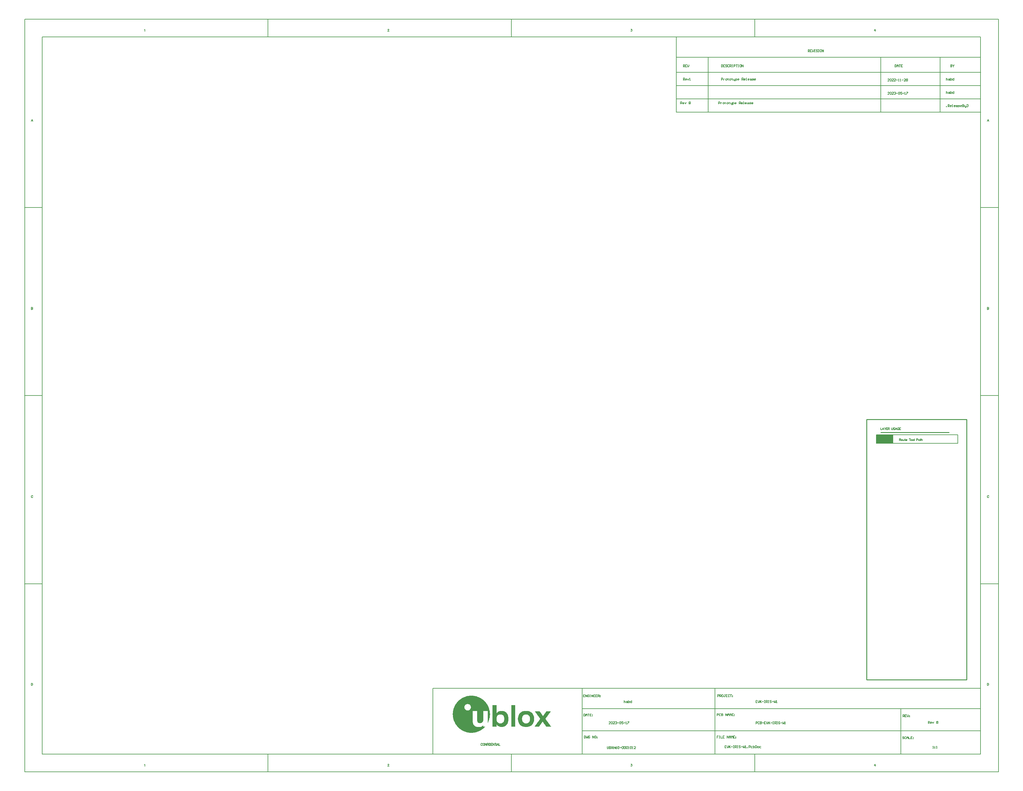
<source format=gm1>
G04*
G04 #@! TF.GenerationSoftware,Altium Limited,Altium Designer,24.5.2 (23)*
G04*
G04 Layer_Color=16711935*
%FSLAX44Y44*%
%MOMM*%
G71*
G04*
G04 #@! TF.SameCoordinates,06A8B94F-9278-456E-AD24-3EE51E5687D5*
G04*
G04*
G04 #@! TF.FilePolarity,Positive*
G04*
G01*
G75*
%ADD11C,0.1270*%
%ADD18C,0.1500*%
%ADD19C,0.2000*%
%ADD24R,4.8260X2.4130*%
%ADD25C,0.2540*%
G36*
X931375Y-543270D02*
X935910D01*
Y-543724D01*
X938632D01*
Y-544178D01*
X940899D01*
Y-544631D01*
X942713D01*
Y-545085D01*
X944528D01*
Y-545538D01*
X945888D01*
Y-545992D01*
X947249D01*
Y-546445D01*
X948610D01*
Y-546899D01*
X949517D01*
Y-547352D01*
X950878D01*
Y-547806D01*
X951785D01*
Y-548260D01*
X952692D01*
Y-548713D01*
X953599D01*
Y-549167D01*
X954506D01*
Y-549620D01*
X955413D01*
Y-550074D01*
X955867D01*
Y-550527D01*
X956774D01*
Y-550981D01*
X957681D01*
Y-551435D01*
X958135D01*
Y-551888D01*
X959042D01*
Y-552342D01*
X959495D01*
Y-552795D01*
X960402D01*
Y-553249D01*
X960856D01*
Y-553702D01*
X961309D01*
Y-554156D01*
X962216D01*
Y-554609D01*
X962670D01*
Y-555063D01*
X963123D01*
Y-555517D01*
X963577D01*
Y-555970D01*
X964484D01*
Y-556424D01*
X964938D01*
Y-556877D01*
X965391D01*
Y-557331D01*
X965845D01*
Y-557784D01*
X966298D01*
Y-558238D01*
X966752D01*
Y-558691D01*
X967206D01*
Y-559145D01*
X967659D01*
Y-559599D01*
X968113D01*
Y-560052D01*
X968566D01*
Y-560506D01*
X969020D01*
Y-560959D01*
X969473D01*
Y-561413D01*
Y-561866D01*
X969927D01*
Y-562320D01*
X970380D01*
Y-562773D01*
X970834D01*
Y-563227D01*
X971288D01*
Y-563680D01*
Y-564134D01*
X971741D01*
Y-564588D01*
X972195D01*
Y-565041D01*
X972648D01*
Y-565495D01*
Y-565948D01*
X973102D01*
Y-566402D01*
X973555D01*
Y-566855D01*
Y-567309D01*
X974009D01*
Y-567762D01*
X974463D01*
Y-568216D01*
Y-568670D01*
X974916D01*
Y-569123D01*
X975370D01*
Y-569577D01*
Y-570030D01*
X975823D01*
Y-570484D01*
Y-570937D01*
X976277D01*
Y-571391D01*
Y-571844D01*
X976730D01*
Y-572298D01*
Y-572752D01*
X977184D01*
Y-573205D01*
Y-573659D01*
X977637D01*
Y-574112D01*
Y-574566D01*
X978091D01*
Y-575019D01*
Y-575473D01*
X978544D01*
Y-575927D01*
Y-576380D01*
Y-576834D01*
X978998D01*
Y-577287D01*
Y-577741D01*
X979452D01*
Y-578194D01*
Y-578648D01*
Y-579101D01*
X979905D01*
Y-579555D01*
Y-580009D01*
Y-580462D01*
X980359D01*
Y-580916D01*
Y-581369D01*
Y-581823D01*
Y-582276D01*
X980812D01*
Y-582730D01*
Y-583183D01*
Y-583637D01*
Y-584090D01*
X981266D01*
Y-584544D01*
Y-584998D01*
Y-585451D01*
Y-585905D01*
X981719D01*
Y-586358D01*
Y-586812D01*
Y-587265D01*
Y-587719D01*
Y-588172D01*
Y-588626D01*
Y-589080D01*
X982173D01*
Y-589533D01*
Y-589987D01*
Y-590440D01*
Y-590894D01*
Y-591347D01*
Y-591801D01*
Y-592254D01*
Y-592708D01*
Y-593162D01*
Y-593615D01*
Y-594069D01*
X982626D01*
Y-594522D01*
Y-594976D01*
Y-595429D01*
Y-595883D01*
Y-596337D01*
Y-596790D01*
Y-597244D01*
Y-597697D01*
Y-598151D01*
Y-598604D01*
X982173D01*
Y-599058D01*
Y-599511D01*
Y-599965D01*
Y-600419D01*
Y-600872D01*
Y-601326D01*
Y-601779D01*
Y-602233D01*
Y-602686D01*
Y-603140D01*
Y-603593D01*
X981719D01*
Y-604047D01*
Y-604501D01*
Y-604954D01*
Y-605408D01*
Y-605861D01*
Y-606315D01*
X981266D01*
Y-606768D01*
Y-607222D01*
Y-607675D01*
Y-608129D01*
Y-608583D01*
X980812D01*
Y-609036D01*
Y-609490D01*
Y-609943D01*
Y-610397D01*
X980359D01*
Y-610850D01*
Y-611304D01*
Y-611758D01*
Y-612211D01*
X979905D01*
Y-612665D01*
Y-613118D01*
Y-613572D01*
X979452D01*
Y-614025D01*
Y-614479D01*
X978998D01*
Y-614932D01*
Y-615386D01*
Y-615839D01*
X978544D01*
Y-616293D01*
Y-616747D01*
X978091D01*
Y-617200D01*
Y-617654D01*
Y-618107D01*
X977637D01*
Y-618561D01*
Y-619014D01*
X977184D01*
Y-619468D01*
Y-619921D01*
X976730D01*
Y-620375D01*
Y-620829D01*
X976277D01*
Y-621282D01*
Y-621736D01*
X975823D01*
Y-621282D01*
Y-620829D01*
Y-620375D01*
Y-619921D01*
Y-619468D01*
Y-619014D01*
Y-618561D01*
Y-618107D01*
Y-617654D01*
Y-617200D01*
Y-616747D01*
Y-616293D01*
Y-615839D01*
Y-615386D01*
Y-614932D01*
Y-614479D01*
Y-614025D01*
Y-613572D01*
Y-613118D01*
Y-612665D01*
Y-612211D01*
Y-611758D01*
Y-611304D01*
Y-610850D01*
Y-610397D01*
Y-609943D01*
Y-609490D01*
Y-609036D01*
Y-608583D01*
Y-608129D01*
Y-607675D01*
Y-607222D01*
Y-606768D01*
Y-606315D01*
Y-605861D01*
Y-605408D01*
Y-604954D01*
Y-604501D01*
Y-604047D01*
Y-603593D01*
Y-603140D01*
Y-602686D01*
Y-602233D01*
Y-601779D01*
Y-601326D01*
Y-600872D01*
Y-600419D01*
Y-599965D01*
Y-599511D01*
Y-599058D01*
Y-598604D01*
Y-598151D01*
Y-597697D01*
Y-597244D01*
Y-596790D01*
Y-596337D01*
Y-595883D01*
Y-595429D01*
Y-594976D01*
Y-594522D01*
Y-594069D01*
Y-593615D01*
Y-593162D01*
Y-592708D01*
Y-592254D01*
Y-591801D01*
Y-591347D01*
Y-590894D01*
Y-590440D01*
Y-589987D01*
Y-589533D01*
Y-589080D01*
Y-588626D01*
Y-588172D01*
Y-587719D01*
Y-587265D01*
X963123D01*
Y-587719D01*
Y-588172D01*
Y-588626D01*
Y-589080D01*
Y-589533D01*
Y-589987D01*
Y-590440D01*
Y-590894D01*
Y-591347D01*
Y-591801D01*
Y-592254D01*
Y-592708D01*
Y-593162D01*
Y-593615D01*
Y-594069D01*
Y-594522D01*
Y-594976D01*
Y-595429D01*
Y-595883D01*
Y-596337D01*
Y-596790D01*
Y-597244D01*
Y-597697D01*
Y-598151D01*
Y-598604D01*
Y-599058D01*
Y-599511D01*
Y-599965D01*
Y-600419D01*
Y-600872D01*
Y-601326D01*
Y-601779D01*
Y-602233D01*
Y-602686D01*
Y-603140D01*
Y-603593D01*
Y-604047D01*
Y-604501D01*
Y-604954D01*
Y-605408D01*
Y-605861D01*
Y-606315D01*
Y-606768D01*
Y-607222D01*
Y-607675D01*
Y-608129D01*
Y-608583D01*
Y-609036D01*
Y-609490D01*
Y-609943D01*
Y-610397D01*
Y-610850D01*
Y-611304D01*
Y-611758D01*
Y-612211D01*
Y-612665D01*
Y-613118D01*
Y-613572D01*
Y-614025D01*
Y-614479D01*
Y-614932D01*
X962670D01*
Y-615386D01*
Y-615839D01*
Y-616293D01*
Y-616747D01*
X962216D01*
Y-617200D01*
Y-617654D01*
X961763D01*
Y-618107D01*
Y-618561D01*
X961309D01*
Y-619014D01*
X960856D01*
Y-619468D01*
X960402D01*
Y-619921D01*
X959949D01*
Y-620375D01*
X959495D01*
Y-620829D01*
X958588D01*
Y-621282D01*
X957227D01*
Y-621736D01*
X950878D01*
Y-621282D01*
X949517D01*
Y-620829D01*
X948610D01*
Y-620375D01*
X948156D01*
Y-619921D01*
X947703D01*
Y-619468D01*
X947249D01*
Y-619014D01*
Y-618561D01*
X946796D01*
Y-618107D01*
Y-617654D01*
X946342D01*
Y-617200D01*
Y-616747D01*
Y-616293D01*
Y-615839D01*
X945888D01*
Y-615386D01*
Y-614932D01*
Y-614479D01*
Y-614025D01*
Y-613572D01*
Y-613118D01*
Y-612665D01*
Y-612211D01*
Y-611758D01*
Y-611304D01*
Y-610850D01*
Y-610397D01*
Y-609943D01*
Y-609490D01*
Y-609036D01*
Y-608583D01*
Y-608129D01*
Y-607675D01*
Y-607222D01*
Y-606768D01*
Y-606315D01*
Y-605861D01*
Y-605408D01*
Y-604954D01*
Y-604501D01*
Y-604047D01*
Y-603593D01*
Y-603140D01*
Y-602686D01*
Y-602233D01*
Y-601779D01*
Y-601326D01*
Y-600872D01*
Y-600419D01*
Y-599965D01*
Y-599511D01*
Y-599058D01*
Y-598604D01*
Y-598151D01*
Y-597697D01*
Y-597244D01*
Y-596790D01*
Y-596337D01*
Y-595883D01*
Y-595429D01*
Y-594976D01*
Y-594522D01*
Y-594069D01*
Y-593615D01*
Y-593162D01*
Y-592708D01*
Y-592254D01*
Y-591801D01*
Y-591347D01*
Y-590894D01*
Y-590440D01*
Y-589987D01*
Y-589533D01*
Y-589080D01*
Y-588626D01*
Y-588172D01*
Y-587719D01*
Y-587265D01*
X933189D01*
Y-587719D01*
Y-588172D01*
Y-588626D01*
Y-589080D01*
Y-589533D01*
Y-589987D01*
Y-590440D01*
Y-590894D01*
Y-591347D01*
Y-591801D01*
Y-592254D01*
Y-592708D01*
Y-593162D01*
Y-593615D01*
Y-594069D01*
Y-594522D01*
Y-594976D01*
Y-595429D01*
Y-595883D01*
Y-596337D01*
Y-596790D01*
Y-597244D01*
Y-597697D01*
Y-598151D01*
Y-598604D01*
Y-599058D01*
Y-599511D01*
Y-599965D01*
Y-600419D01*
Y-600872D01*
Y-601326D01*
Y-601779D01*
Y-602233D01*
Y-602686D01*
Y-603140D01*
Y-603593D01*
Y-604047D01*
Y-604501D01*
Y-604954D01*
Y-605408D01*
Y-605861D01*
Y-606315D01*
Y-606768D01*
Y-607222D01*
Y-607675D01*
Y-608129D01*
Y-608583D01*
Y-609036D01*
Y-609490D01*
Y-609943D01*
Y-610397D01*
Y-610850D01*
Y-611304D01*
Y-611758D01*
Y-612211D01*
Y-612665D01*
Y-613118D01*
Y-613572D01*
Y-614025D01*
Y-614479D01*
Y-614932D01*
Y-615386D01*
Y-615839D01*
Y-616293D01*
Y-616747D01*
Y-617200D01*
Y-617654D01*
Y-618107D01*
Y-618561D01*
Y-619014D01*
Y-619468D01*
Y-619921D01*
Y-620375D01*
X933642D01*
Y-620829D01*
Y-621282D01*
Y-621736D01*
Y-622189D01*
X934096D01*
Y-622643D01*
Y-623096D01*
Y-623550D01*
X934549D01*
Y-624003D01*
Y-624457D01*
Y-624911D01*
X935003D01*
Y-625364D01*
Y-625818D01*
X935457D01*
Y-626271D01*
X935910D01*
Y-626725D01*
Y-627178D01*
X936364D01*
Y-627632D01*
X936817D01*
Y-628086D01*
X937271D01*
Y-628539D01*
X937724D01*
Y-628993D01*
X938178D01*
Y-629446D01*
X938632D01*
Y-629900D01*
X939539D01*
Y-630353D01*
X939992D01*
Y-630807D01*
X940899D01*
Y-631260D01*
X941806D01*
Y-631714D01*
X942713D01*
Y-632168D01*
X944074D01*
Y-632621D01*
X945888D01*
Y-633075D01*
X954960D01*
Y-632621D01*
X956774D01*
Y-632168D01*
X957681D01*
Y-631714D01*
X959042D01*
Y-631260D01*
X959495D01*
Y-630807D01*
X960402D01*
Y-630353D01*
X960856D01*
Y-629900D01*
X961309D01*
Y-629446D01*
X962216D01*
Y-628993D01*
X962670D01*
Y-628539D01*
X963123D01*
Y-628086D01*
Y-627632D01*
X963577D01*
Y-628086D01*
Y-628539D01*
Y-628993D01*
Y-629446D01*
Y-629900D01*
Y-630353D01*
Y-630807D01*
Y-631260D01*
Y-631714D01*
Y-632168D01*
X968566D01*
Y-632621D01*
X968113D01*
Y-633075D01*
X967659D01*
Y-633528D01*
X967206D01*
Y-633982D01*
X966752D01*
Y-634435D01*
X966298D01*
Y-634889D01*
X965845D01*
Y-635342D01*
X965391D01*
Y-635796D01*
X964938D01*
Y-636250D01*
X964031D01*
Y-636703D01*
X963577D01*
Y-637157D01*
X963123D01*
Y-637610D01*
X962670D01*
Y-638064D01*
X961763D01*
Y-638517D01*
X961309D01*
Y-638971D01*
X960856D01*
Y-639424D01*
X959949D01*
Y-639878D01*
X959495D01*
Y-640331D01*
X958588D01*
Y-640785D01*
X958135D01*
Y-641239D01*
X957227D01*
Y-641692D01*
X956774D01*
Y-642146D01*
X955867D01*
Y-642599D01*
X954960D01*
Y-643053D01*
X954052D01*
Y-643506D01*
X953599D01*
Y-643960D01*
X952692D01*
Y-644414D01*
X951331D01*
Y-644867D01*
X950424D01*
Y-645321D01*
X949517D01*
Y-645774D01*
X948156D01*
Y-646228D01*
X947249D01*
Y-646681D01*
X945888D01*
Y-647135D01*
X944074D01*
Y-647588D01*
X942713D01*
Y-648042D01*
X940899D01*
Y-648495D01*
X938178D01*
Y-648949D01*
X935003D01*
Y-649403D01*
X923211D01*
Y-648949D01*
X920036D01*
Y-648495D01*
X917768D01*
Y-648042D01*
X915954D01*
Y-647588D01*
X914139D01*
Y-647135D01*
X912779D01*
Y-646681D01*
X911418D01*
Y-646228D01*
X910058D01*
Y-645774D01*
X909150D01*
Y-645321D01*
X907790D01*
Y-644867D01*
X906883D01*
Y-644414D01*
X905975D01*
Y-643960D01*
X905068D01*
Y-643506D01*
X904161D01*
Y-643053D01*
X903254D01*
Y-642599D01*
X902347D01*
Y-642146D01*
X901893D01*
Y-641692D01*
X900986D01*
Y-641239D01*
X900079D01*
Y-640785D01*
X899626D01*
Y-640331D01*
X898719D01*
Y-639878D01*
X898265D01*
Y-639424D01*
X897812D01*
Y-638971D01*
X896904D01*
Y-638517D01*
X896451D01*
Y-638064D01*
X895997D01*
Y-637610D01*
X895090D01*
Y-637157D01*
X894637D01*
Y-636703D01*
X894183D01*
Y-636250D01*
X893729D01*
Y-635796D01*
X893276D01*
Y-635342D01*
X892822D01*
Y-634889D01*
X892369D01*
Y-634435D01*
X891915D01*
Y-633982D01*
X891462D01*
Y-633528D01*
X891008D01*
Y-633075D01*
X890555D01*
Y-632621D01*
X890101D01*
Y-632168D01*
X889648D01*
Y-631714D01*
X889194D01*
Y-631260D01*
X888740D01*
Y-630807D01*
X888287D01*
Y-630353D01*
X887833D01*
Y-629900D01*
Y-629446D01*
X887380D01*
Y-628993D01*
X886926D01*
Y-628539D01*
X886473D01*
Y-628086D01*
X886019D01*
Y-627632D01*
Y-627178D01*
X885565D01*
Y-626725D01*
X885112D01*
Y-626271D01*
Y-625818D01*
X884658D01*
Y-625364D01*
X884205D01*
Y-624911D01*
Y-624457D01*
X883751D01*
Y-624003D01*
X883298D01*
Y-623550D01*
Y-623096D01*
X882844D01*
Y-622643D01*
Y-622189D01*
X882391D01*
Y-621736D01*
Y-621282D01*
X881937D01*
Y-620829D01*
Y-620375D01*
X881484D01*
Y-619921D01*
Y-619468D01*
X881030D01*
Y-619014D01*
Y-618561D01*
X880576D01*
Y-618107D01*
Y-617654D01*
X880123D01*
Y-617200D01*
Y-616747D01*
X879669D01*
Y-616293D01*
Y-615839D01*
Y-615386D01*
X879216D01*
Y-614932D01*
Y-614479D01*
Y-614025D01*
X878762D01*
Y-613572D01*
Y-613118D01*
X878309D01*
Y-612665D01*
Y-612211D01*
Y-611758D01*
Y-611304D01*
X877855D01*
Y-610850D01*
Y-610397D01*
Y-609943D01*
X877402D01*
Y-609490D01*
Y-609036D01*
Y-608583D01*
Y-608129D01*
X876948D01*
Y-607675D01*
Y-607222D01*
Y-606768D01*
Y-606315D01*
Y-605861D01*
X876494D01*
Y-605408D01*
Y-604954D01*
Y-604501D01*
Y-604047D01*
Y-603593D01*
Y-603140D01*
Y-602686D01*
X876041D01*
Y-602233D01*
Y-601779D01*
Y-601326D01*
Y-600872D01*
Y-600419D01*
Y-599965D01*
Y-599511D01*
Y-599058D01*
Y-598604D01*
Y-598151D01*
X875587D01*
Y-597697D01*
Y-597244D01*
Y-596790D01*
Y-596337D01*
Y-595883D01*
Y-595429D01*
Y-594976D01*
Y-594522D01*
Y-594069D01*
X876041D01*
Y-593615D01*
Y-593162D01*
Y-592708D01*
Y-592254D01*
Y-591801D01*
Y-591347D01*
Y-590894D01*
Y-590440D01*
Y-589987D01*
X876494D01*
Y-589533D01*
Y-589080D01*
Y-588626D01*
Y-588172D01*
Y-587719D01*
Y-587265D01*
Y-586812D01*
X876948D01*
Y-586358D01*
Y-585905D01*
Y-585451D01*
Y-584998D01*
Y-584544D01*
X877402D01*
Y-584090D01*
Y-583637D01*
Y-583183D01*
Y-582730D01*
X877855D01*
Y-582276D01*
Y-581823D01*
Y-581369D01*
Y-580916D01*
X878309D01*
Y-580462D01*
Y-580009D01*
Y-579555D01*
X878762D01*
Y-579101D01*
Y-578648D01*
Y-578194D01*
X879216D01*
Y-577741D01*
Y-577287D01*
X879669D01*
Y-576834D01*
Y-576380D01*
Y-575927D01*
X880123D01*
Y-575473D01*
Y-575019D01*
X880576D01*
Y-574566D01*
Y-574112D01*
Y-573659D01*
X881030D01*
Y-573205D01*
Y-572752D01*
X881484D01*
Y-572298D01*
Y-571844D01*
X881937D01*
Y-571391D01*
Y-570937D01*
X882391D01*
Y-570484D01*
X882844D01*
Y-570030D01*
Y-569577D01*
X883298D01*
Y-569123D01*
Y-568670D01*
X883751D01*
Y-568216D01*
X884205D01*
Y-567762D01*
Y-567309D01*
X884658D01*
Y-566855D01*
X885112D01*
Y-566402D01*
Y-565948D01*
X885565D01*
Y-565495D01*
X886019D01*
Y-565041D01*
Y-564588D01*
X886473D01*
Y-564134D01*
X886926D01*
Y-563680D01*
X887380D01*
Y-563227D01*
Y-562773D01*
X887833D01*
Y-562320D01*
X888287D01*
Y-561866D01*
X888740D01*
Y-561413D01*
X889194D01*
Y-560959D01*
X889648D01*
Y-560506D01*
X890101D01*
Y-560052D01*
X890555D01*
Y-559599D01*
Y-559145D01*
X891008D01*
Y-558691D01*
X891462D01*
Y-558238D01*
X891915D01*
Y-557784D01*
X892822D01*
Y-557331D01*
X893276D01*
Y-556877D01*
X893729D01*
Y-556424D01*
X894183D01*
Y-555970D01*
X894637D01*
Y-555517D01*
X895090D01*
Y-555063D01*
X895544D01*
Y-554609D01*
X896451D01*
Y-554156D01*
X896904D01*
Y-553702D01*
X897358D01*
Y-553249D01*
X898265D01*
Y-552795D01*
X898719D01*
Y-552342D01*
X899626D01*
Y-551888D01*
X900079D01*
Y-551435D01*
X900986D01*
Y-550981D01*
X901440D01*
Y-550527D01*
X902347D01*
Y-550074D01*
X903254D01*
Y-549620D01*
X903708D01*
Y-549167D01*
X905068D01*
Y-548713D01*
X905975D01*
Y-548260D01*
X906883D01*
Y-547806D01*
X907790D01*
Y-547352D01*
X908697D01*
Y-546899D01*
X910058D01*
Y-546445D01*
X910965D01*
Y-545992D01*
X912325D01*
Y-545538D01*
X913686D01*
Y-545085D01*
X915500D01*
Y-544631D01*
X917314D01*
Y-544178D01*
X919582D01*
Y-543724D01*
X922757D01*
Y-543270D01*
X927293D01*
Y-542817D01*
X931375D01*
Y-543270D01*
D02*
G37*
G36*
X1001676Y-570484D02*
Y-570937D01*
Y-571391D01*
Y-571844D01*
Y-572298D01*
Y-572752D01*
Y-573205D01*
Y-573659D01*
Y-574112D01*
Y-574566D01*
Y-575019D01*
Y-575473D01*
Y-575927D01*
Y-576380D01*
Y-576834D01*
Y-577287D01*
Y-577741D01*
Y-578194D01*
Y-578648D01*
Y-579101D01*
Y-579555D01*
Y-580009D01*
Y-580462D01*
Y-580916D01*
Y-581369D01*
Y-581823D01*
Y-582276D01*
Y-582730D01*
Y-583183D01*
Y-583637D01*
Y-584090D01*
Y-584544D01*
Y-584998D01*
Y-585451D01*
Y-585905D01*
Y-586358D01*
Y-586812D01*
Y-587265D01*
Y-587719D01*
Y-588172D01*
Y-588626D01*
Y-589080D01*
Y-589533D01*
Y-589987D01*
Y-590440D01*
Y-590894D01*
Y-591347D01*
Y-591801D01*
Y-592254D01*
Y-592708D01*
X1002583D01*
Y-592254D01*
X1003036D01*
Y-591801D01*
X1003490D01*
Y-591347D01*
X1003944D01*
Y-590894D01*
X1004397D01*
Y-590440D01*
X1004851D01*
Y-589987D01*
X1005304D01*
Y-589533D01*
X1006211D01*
Y-589080D01*
X1006665D01*
Y-588626D01*
X1007572D01*
Y-588172D01*
X1008479D01*
Y-587719D01*
X1009840D01*
Y-587265D01*
X1011654D01*
Y-586812D01*
X1020272D01*
Y-587265D01*
X1022086D01*
Y-587719D01*
X1023447D01*
Y-588172D01*
X1024807D01*
Y-588626D01*
X1025714D01*
Y-589080D01*
X1026168D01*
Y-589533D01*
X1027075D01*
Y-589987D01*
X1027529D01*
Y-590440D01*
X1028436D01*
Y-590894D01*
X1028889D01*
Y-591347D01*
X1029343D01*
Y-591801D01*
X1029796D01*
Y-592254D01*
X1030250D01*
Y-592708D01*
X1030703D01*
Y-593162D01*
Y-593615D01*
X1031157D01*
Y-594069D01*
X1031610D01*
Y-594522D01*
X1032064D01*
Y-594976D01*
Y-595429D01*
X1032518D01*
Y-595883D01*
Y-596337D01*
X1032971D01*
Y-596790D01*
Y-597244D01*
X1033425D01*
Y-597697D01*
Y-598151D01*
X1033878D01*
Y-598604D01*
Y-599058D01*
Y-599511D01*
X1034332D01*
Y-599965D01*
Y-600419D01*
Y-600872D01*
Y-601326D01*
X1034785D01*
Y-601779D01*
Y-602233D01*
Y-602686D01*
Y-603140D01*
Y-603593D01*
X1035239D01*
Y-604047D01*
Y-604501D01*
Y-604954D01*
Y-605408D01*
Y-605861D01*
Y-606315D01*
Y-606768D01*
Y-607222D01*
Y-607675D01*
X1035693D01*
Y-608129D01*
X1035239D01*
Y-608583D01*
Y-609036D01*
Y-609490D01*
Y-609943D01*
Y-610397D01*
Y-610850D01*
Y-611304D01*
Y-611758D01*
Y-612211D01*
Y-612665D01*
Y-613118D01*
Y-613572D01*
Y-614025D01*
Y-614479D01*
Y-614932D01*
Y-615386D01*
Y-615839D01*
X1034785D01*
Y-616293D01*
Y-616747D01*
Y-617200D01*
Y-617654D01*
Y-618107D01*
X1034332D01*
Y-618561D01*
Y-619014D01*
Y-619468D01*
X1033878D01*
Y-619921D01*
Y-620375D01*
Y-620829D01*
X1033425D01*
Y-621282D01*
Y-621736D01*
Y-622189D01*
X1032971D01*
Y-622643D01*
Y-623096D01*
X1032518D01*
Y-623550D01*
Y-624003D01*
X1032064D01*
Y-624457D01*
X1031610D01*
Y-624911D01*
Y-625364D01*
X1031157D01*
Y-625818D01*
X1030703D01*
Y-626271D01*
X1030250D01*
Y-626725D01*
X1029796D01*
Y-627178D01*
Y-627632D01*
X1028889D01*
Y-628086D01*
X1028436D01*
Y-628539D01*
X1027982D01*
Y-628993D01*
X1027529D01*
Y-629446D01*
X1026621D01*
Y-629900D01*
X1026168D01*
Y-630353D01*
X1025261D01*
Y-630807D01*
X1024354D01*
Y-631260D01*
X1023447D01*
Y-631714D01*
X1022086D01*
Y-632168D01*
X1019818D01*
Y-632621D01*
X1012108D01*
Y-632168D01*
X1009840D01*
Y-631714D01*
X1008933D01*
Y-631260D01*
X1007572D01*
Y-630807D01*
X1007119D01*
Y-630353D01*
X1006211D01*
Y-629900D01*
X1005758D01*
Y-629446D01*
X1004851D01*
Y-628993D01*
X1004397D01*
Y-628539D01*
X1003944D01*
Y-628086D01*
X1003490D01*
Y-627632D01*
X1003036D01*
Y-627178D01*
X1002583D01*
Y-626725D01*
X1002129D01*
Y-626271D01*
Y-625818D01*
X1001222D01*
Y-626271D01*
Y-626725D01*
Y-627178D01*
Y-627632D01*
Y-628086D01*
Y-628539D01*
Y-628993D01*
Y-629446D01*
Y-629900D01*
Y-630353D01*
Y-630807D01*
Y-631260D01*
Y-631714D01*
X989883D01*
Y-631260D01*
Y-630807D01*
Y-630353D01*
Y-629900D01*
Y-629446D01*
Y-628993D01*
Y-628539D01*
Y-628086D01*
Y-627632D01*
Y-627178D01*
Y-626725D01*
Y-626271D01*
Y-625818D01*
Y-625364D01*
Y-624911D01*
Y-624457D01*
Y-624003D01*
Y-623550D01*
Y-623096D01*
Y-622643D01*
Y-622189D01*
Y-621736D01*
Y-621282D01*
Y-620829D01*
Y-620375D01*
Y-619921D01*
Y-619468D01*
Y-619014D01*
Y-618561D01*
Y-618107D01*
Y-617654D01*
Y-617200D01*
Y-616747D01*
Y-616293D01*
Y-615839D01*
Y-615386D01*
Y-614932D01*
Y-614479D01*
Y-614025D01*
Y-613572D01*
Y-613118D01*
Y-612665D01*
Y-612211D01*
Y-611758D01*
Y-611304D01*
Y-610850D01*
Y-610397D01*
Y-609943D01*
Y-609490D01*
Y-609036D01*
Y-608583D01*
Y-608129D01*
Y-607675D01*
Y-607222D01*
Y-606768D01*
Y-606315D01*
Y-605861D01*
Y-605408D01*
Y-604954D01*
Y-604501D01*
Y-604047D01*
Y-603593D01*
Y-603140D01*
Y-602686D01*
Y-602233D01*
Y-601779D01*
Y-601326D01*
Y-600872D01*
Y-600419D01*
Y-599965D01*
Y-599511D01*
Y-599058D01*
Y-598604D01*
Y-598151D01*
Y-597697D01*
Y-597244D01*
Y-596790D01*
Y-596337D01*
Y-595883D01*
Y-595429D01*
Y-594976D01*
Y-594522D01*
Y-594069D01*
Y-593615D01*
Y-593162D01*
Y-592708D01*
Y-592254D01*
Y-591801D01*
Y-591347D01*
Y-590894D01*
Y-590440D01*
Y-589987D01*
Y-589533D01*
Y-589080D01*
Y-588626D01*
Y-588172D01*
Y-587719D01*
Y-587265D01*
Y-586812D01*
Y-586358D01*
Y-585905D01*
Y-585451D01*
Y-584998D01*
Y-584544D01*
Y-584090D01*
Y-583637D01*
Y-583183D01*
Y-582730D01*
Y-582276D01*
Y-581823D01*
Y-581369D01*
Y-580916D01*
Y-580462D01*
Y-580009D01*
Y-579555D01*
Y-579101D01*
Y-578648D01*
Y-578194D01*
Y-577741D01*
Y-577287D01*
Y-576834D01*
Y-576380D01*
Y-575927D01*
Y-575473D01*
Y-575019D01*
Y-574566D01*
Y-574112D01*
Y-573659D01*
Y-573205D01*
Y-572752D01*
Y-572298D01*
Y-571844D01*
Y-571391D01*
Y-570937D01*
Y-570484D01*
Y-570030D01*
X1001676D01*
Y-570484D01*
D02*
G37*
G36*
X1055195D02*
Y-570937D01*
Y-571391D01*
Y-571844D01*
Y-572298D01*
Y-572752D01*
Y-573205D01*
Y-573659D01*
Y-574112D01*
Y-574566D01*
Y-575019D01*
Y-575473D01*
Y-575927D01*
Y-576380D01*
Y-576834D01*
Y-577287D01*
Y-577741D01*
Y-578194D01*
Y-578648D01*
Y-579101D01*
Y-579555D01*
Y-580009D01*
Y-580462D01*
Y-580916D01*
Y-581369D01*
Y-581823D01*
Y-582276D01*
Y-582730D01*
Y-583183D01*
Y-583637D01*
Y-584090D01*
Y-584544D01*
Y-584998D01*
Y-585451D01*
Y-585905D01*
Y-586358D01*
Y-586812D01*
Y-587265D01*
Y-587719D01*
Y-588172D01*
Y-588626D01*
Y-589080D01*
Y-589533D01*
Y-589987D01*
Y-590440D01*
Y-590894D01*
Y-591347D01*
Y-591801D01*
Y-592254D01*
Y-592708D01*
Y-593162D01*
Y-593615D01*
Y-594069D01*
Y-594522D01*
Y-594976D01*
Y-595429D01*
Y-595883D01*
Y-596337D01*
Y-596790D01*
Y-597244D01*
Y-597697D01*
Y-598151D01*
Y-598604D01*
Y-599058D01*
Y-599511D01*
Y-599965D01*
Y-600419D01*
Y-600872D01*
Y-601326D01*
Y-601779D01*
Y-602233D01*
Y-602686D01*
Y-603140D01*
Y-603593D01*
Y-604047D01*
Y-604501D01*
Y-604954D01*
Y-605408D01*
Y-605861D01*
Y-606315D01*
Y-606768D01*
Y-607222D01*
Y-607675D01*
Y-608129D01*
Y-608583D01*
Y-609036D01*
Y-609490D01*
Y-609943D01*
Y-610397D01*
Y-610850D01*
Y-611304D01*
Y-611758D01*
Y-612211D01*
Y-612665D01*
Y-613118D01*
Y-613572D01*
Y-614025D01*
Y-614479D01*
Y-614932D01*
Y-615386D01*
Y-615839D01*
Y-616293D01*
Y-616747D01*
Y-617200D01*
Y-617654D01*
Y-618107D01*
Y-618561D01*
Y-619014D01*
Y-619468D01*
Y-619921D01*
Y-620375D01*
Y-620829D01*
Y-621282D01*
Y-621736D01*
Y-622189D01*
Y-622643D01*
Y-623096D01*
Y-623550D01*
Y-624003D01*
Y-624457D01*
Y-624911D01*
Y-625364D01*
Y-625818D01*
Y-626271D01*
Y-626725D01*
Y-627178D01*
Y-627632D01*
Y-628086D01*
Y-628539D01*
Y-628993D01*
Y-629446D01*
Y-629900D01*
Y-630353D01*
Y-630807D01*
Y-631260D01*
Y-631714D01*
X1043857D01*
Y-631260D01*
Y-630807D01*
Y-630353D01*
Y-629900D01*
Y-629446D01*
Y-628993D01*
Y-628539D01*
Y-628086D01*
Y-627632D01*
Y-627178D01*
Y-626725D01*
Y-626271D01*
Y-625818D01*
Y-625364D01*
Y-624911D01*
Y-624457D01*
Y-624003D01*
Y-623550D01*
Y-623096D01*
Y-622643D01*
Y-622189D01*
Y-621736D01*
Y-621282D01*
Y-620829D01*
Y-620375D01*
Y-619921D01*
Y-619468D01*
Y-619014D01*
Y-618561D01*
Y-618107D01*
Y-617654D01*
Y-617200D01*
Y-616747D01*
Y-616293D01*
Y-615839D01*
Y-615386D01*
Y-614932D01*
Y-614479D01*
Y-614025D01*
Y-613572D01*
Y-613118D01*
Y-612665D01*
Y-612211D01*
Y-611758D01*
Y-611304D01*
Y-610850D01*
Y-610397D01*
Y-609943D01*
Y-609490D01*
Y-609036D01*
Y-608583D01*
Y-608129D01*
Y-607675D01*
Y-607222D01*
Y-606768D01*
Y-606315D01*
Y-605861D01*
Y-605408D01*
Y-604954D01*
Y-604501D01*
Y-604047D01*
Y-603593D01*
Y-603140D01*
Y-602686D01*
Y-602233D01*
Y-601779D01*
Y-601326D01*
Y-600872D01*
Y-600419D01*
Y-599965D01*
Y-599511D01*
Y-599058D01*
Y-598604D01*
Y-598151D01*
Y-597697D01*
Y-597244D01*
Y-596790D01*
Y-596337D01*
Y-595883D01*
Y-595429D01*
Y-594976D01*
Y-594522D01*
Y-594069D01*
Y-593615D01*
Y-593162D01*
Y-592708D01*
Y-592254D01*
Y-591801D01*
Y-591347D01*
Y-590894D01*
Y-590440D01*
Y-589987D01*
Y-589533D01*
Y-589080D01*
Y-588626D01*
Y-588172D01*
Y-587719D01*
Y-587265D01*
Y-586812D01*
Y-586358D01*
Y-585905D01*
Y-585451D01*
Y-584998D01*
Y-584544D01*
Y-584090D01*
Y-583637D01*
Y-583183D01*
Y-582730D01*
Y-582276D01*
Y-581823D01*
Y-581369D01*
Y-580916D01*
Y-580462D01*
Y-580009D01*
Y-579555D01*
Y-579101D01*
Y-578648D01*
Y-578194D01*
Y-577741D01*
Y-577287D01*
Y-576834D01*
Y-576380D01*
Y-575927D01*
Y-575473D01*
Y-575019D01*
Y-574566D01*
Y-574112D01*
Y-573659D01*
Y-573205D01*
Y-572752D01*
Y-572298D01*
Y-571844D01*
Y-571391D01*
Y-570937D01*
Y-570484D01*
Y-570030D01*
X1055195D01*
Y-570484D01*
D02*
G37*
G36*
X1091480Y-587265D02*
X1093748D01*
Y-587719D01*
X1095108D01*
Y-588172D01*
X1096469D01*
Y-588626D01*
X1097376D01*
Y-589080D01*
X1098283D01*
Y-589533D01*
X1099190D01*
Y-589987D01*
X1100098D01*
Y-590440D01*
X1100551D01*
Y-590894D01*
X1101458D01*
Y-591347D01*
X1101912D01*
Y-591801D01*
X1102365D01*
Y-592254D01*
X1102819D01*
Y-592708D01*
X1103272D01*
Y-593162D01*
X1103726D01*
Y-593615D01*
X1104180D01*
Y-594069D01*
X1104633D01*
Y-594522D01*
X1105087D01*
Y-594976D01*
Y-595429D01*
X1105540D01*
Y-595883D01*
X1105994D01*
Y-596337D01*
Y-596790D01*
X1106447D01*
Y-597244D01*
Y-597697D01*
X1106901D01*
Y-598151D01*
Y-598604D01*
X1107354D01*
Y-599058D01*
Y-599511D01*
X1107808D01*
Y-599965D01*
Y-600419D01*
Y-600872D01*
X1108261D01*
Y-601326D01*
Y-601779D01*
Y-602233D01*
Y-602686D01*
Y-603140D01*
X1108715D01*
Y-603593D01*
Y-604047D01*
Y-604501D01*
Y-604954D01*
Y-605408D01*
Y-605861D01*
Y-606315D01*
X1109169D01*
Y-606768D01*
Y-607222D01*
Y-607675D01*
Y-608129D01*
Y-608583D01*
Y-609036D01*
Y-609490D01*
Y-609943D01*
Y-610397D01*
Y-610850D01*
Y-611304D01*
Y-611758D01*
Y-612211D01*
Y-612665D01*
Y-613118D01*
X1108715D01*
Y-613572D01*
Y-614025D01*
Y-614479D01*
Y-614932D01*
Y-615386D01*
Y-615839D01*
Y-616293D01*
X1108261D01*
Y-616747D01*
Y-617200D01*
Y-617654D01*
Y-618107D01*
X1107808D01*
Y-618561D01*
Y-619014D01*
Y-619468D01*
X1107354D01*
Y-619921D01*
Y-620375D01*
Y-620829D01*
X1106901D01*
Y-621282D01*
Y-621736D01*
X1106447D01*
Y-622189D01*
Y-622643D01*
X1105994D01*
Y-623096D01*
Y-623550D01*
X1105540D01*
Y-624003D01*
X1105087D01*
Y-624457D01*
X1104633D01*
Y-624911D01*
Y-625364D01*
X1104180D01*
Y-625818D01*
X1103726D01*
Y-626271D01*
X1103272D01*
Y-626725D01*
X1102819D01*
Y-627178D01*
X1102365D01*
Y-627632D01*
X1101912D01*
Y-628086D01*
X1101005D01*
Y-628539D01*
X1100551D01*
Y-628993D01*
X1099644D01*
Y-629446D01*
X1099190D01*
Y-629900D01*
X1098283D01*
Y-630353D01*
X1097376D01*
Y-630807D01*
X1096015D01*
Y-631260D01*
X1094655D01*
Y-631714D01*
X1093294D01*
Y-632168D01*
X1091026D01*
Y-632621D01*
X1081502D01*
Y-632168D01*
X1078780D01*
Y-631714D01*
X1076966D01*
Y-631260D01*
X1076059D01*
Y-630807D01*
X1074698D01*
Y-630353D01*
X1073791D01*
Y-629900D01*
X1072884D01*
Y-629446D01*
X1072430D01*
Y-628993D01*
X1071523D01*
Y-628539D01*
X1071070D01*
Y-628086D01*
X1070163D01*
Y-627632D01*
X1069709D01*
Y-627178D01*
X1069256D01*
Y-626725D01*
X1068802D01*
Y-626271D01*
X1068348D01*
Y-625818D01*
X1067895D01*
Y-625364D01*
X1067441D01*
Y-624911D01*
Y-624457D01*
X1066988D01*
Y-624003D01*
X1066534D01*
Y-623550D01*
X1066081D01*
Y-623096D01*
Y-622643D01*
X1065627D01*
Y-622189D01*
Y-621736D01*
X1065174D01*
Y-621282D01*
Y-620829D01*
X1064720D01*
Y-620375D01*
Y-619921D01*
Y-619468D01*
X1064267D01*
Y-619014D01*
Y-618561D01*
Y-618107D01*
X1063813D01*
Y-617654D01*
Y-617200D01*
Y-616747D01*
Y-616293D01*
X1063359D01*
Y-615839D01*
Y-615386D01*
Y-614932D01*
Y-614479D01*
Y-614025D01*
Y-613572D01*
Y-613118D01*
Y-612665D01*
X1062906D01*
Y-612211D01*
Y-611758D01*
Y-611304D01*
Y-610850D01*
Y-610397D01*
Y-609943D01*
Y-609490D01*
Y-609036D01*
Y-608583D01*
Y-608129D01*
Y-607675D01*
Y-607222D01*
Y-606768D01*
X1063359D01*
Y-606315D01*
Y-605861D01*
Y-605408D01*
Y-604954D01*
Y-604501D01*
Y-604047D01*
Y-603593D01*
Y-603140D01*
X1063813D01*
Y-602686D01*
Y-602233D01*
Y-601779D01*
Y-601326D01*
X1064267D01*
Y-600872D01*
Y-600419D01*
Y-599965D01*
X1064720D01*
Y-599511D01*
Y-599058D01*
Y-598604D01*
X1065174D01*
Y-598151D01*
Y-597697D01*
X1065627D01*
Y-597244D01*
Y-596790D01*
X1066081D01*
Y-596337D01*
Y-595883D01*
X1066534D01*
Y-595429D01*
X1066988D01*
Y-594976D01*
Y-594522D01*
X1067441D01*
Y-594069D01*
X1067895D01*
Y-593615D01*
X1068348D01*
Y-593162D01*
X1068802D01*
Y-592708D01*
X1069256D01*
Y-592254D01*
X1069709D01*
Y-591801D01*
X1070163D01*
Y-591347D01*
X1070616D01*
Y-590894D01*
X1071523D01*
Y-590440D01*
X1071977D01*
Y-589987D01*
X1072884D01*
Y-589533D01*
X1073791D01*
Y-589080D01*
X1074698D01*
Y-588626D01*
X1075605D01*
Y-588172D01*
X1076966D01*
Y-587719D01*
X1078327D01*
Y-587265D01*
X1080595D01*
Y-586812D01*
X1091480D01*
Y-587265D01*
D02*
G37*
G36*
X1157245Y-588172D02*
X1156792D01*
Y-588626D01*
Y-589080D01*
X1156338D01*
Y-589533D01*
X1155885D01*
Y-589987D01*
X1155431D01*
Y-590440D01*
Y-590894D01*
X1154978D01*
Y-591347D01*
X1154524D01*
Y-591801D01*
Y-592254D01*
X1154071D01*
Y-592708D01*
X1153617D01*
Y-593162D01*
X1153164D01*
Y-593615D01*
Y-594069D01*
X1152710D01*
Y-594522D01*
X1152256D01*
Y-594976D01*
X1151803D01*
Y-595429D01*
Y-595883D01*
X1151349D01*
Y-596337D01*
X1150896D01*
Y-596790D01*
X1150442D01*
Y-597244D01*
Y-597697D01*
X1149989D01*
Y-598151D01*
X1149535D01*
Y-598604D01*
Y-599058D01*
X1149081D01*
Y-599511D01*
X1148628D01*
Y-599965D01*
X1148174D01*
Y-600419D01*
Y-600872D01*
X1147721D01*
Y-601326D01*
X1147267D01*
Y-601779D01*
X1146814D01*
Y-602233D01*
Y-602686D01*
X1146360D01*
Y-603140D01*
X1145907D01*
Y-603593D01*
Y-604047D01*
X1145453D01*
Y-604501D01*
X1144999D01*
Y-604954D01*
X1144546D01*
Y-605408D01*
Y-605861D01*
X1144092D01*
Y-606315D01*
X1143639D01*
Y-606768D01*
X1143185D01*
Y-607222D01*
Y-607675D01*
X1142732D01*
Y-608129D01*
X1142278D01*
Y-608583D01*
X1141825D01*
Y-609036D01*
Y-609490D01*
Y-609943D01*
X1142278D01*
Y-610397D01*
Y-610850D01*
X1142732D01*
Y-611304D01*
X1143185D01*
Y-611758D01*
X1143639D01*
Y-612211D01*
Y-612665D01*
X1144092D01*
Y-613118D01*
X1144546D01*
Y-613572D01*
X1144999D01*
Y-614025D01*
Y-614479D01*
X1145453D01*
Y-614932D01*
X1145907D01*
Y-615386D01*
Y-615839D01*
X1146360D01*
Y-616293D01*
X1146814D01*
Y-616747D01*
X1147267D01*
Y-617200D01*
Y-617654D01*
X1147721D01*
Y-618107D01*
X1148174D01*
Y-618561D01*
X1148628D01*
Y-619014D01*
Y-619468D01*
X1149081D01*
Y-619921D01*
X1149535D01*
Y-620375D01*
X1149989D01*
Y-620829D01*
Y-621282D01*
X1150442D01*
Y-621736D01*
X1150896D01*
Y-622189D01*
X1151349D01*
Y-622643D01*
Y-623096D01*
X1151803D01*
Y-623550D01*
X1152256D01*
Y-624003D01*
X1152710D01*
Y-624457D01*
Y-624911D01*
X1153164D01*
Y-625364D01*
X1153617D01*
Y-625818D01*
X1154071D01*
Y-626271D01*
Y-626725D01*
X1154524D01*
Y-627178D01*
X1154978D01*
Y-627632D01*
Y-628086D01*
X1155431D01*
Y-628539D01*
X1155885D01*
Y-628993D01*
X1156338D01*
Y-629446D01*
Y-629900D01*
X1156792D01*
Y-630353D01*
X1157245D01*
Y-630807D01*
X1157699D01*
Y-631260D01*
X1158153D01*
Y-631714D01*
X1143639D01*
Y-631260D01*
Y-630807D01*
X1143185D01*
Y-630353D01*
X1142732D01*
Y-629900D01*
X1142278D01*
Y-629446D01*
Y-628993D01*
X1141825D01*
Y-628539D01*
X1141371D01*
Y-628086D01*
X1140918D01*
Y-627632D01*
Y-627178D01*
X1140464D01*
Y-626725D01*
X1140010D01*
Y-626271D01*
Y-625818D01*
X1139557D01*
Y-625364D01*
X1139103D01*
Y-624911D01*
X1138650D01*
Y-624457D01*
Y-624003D01*
X1138196D01*
Y-623550D01*
X1137743D01*
Y-623096D01*
X1137289D01*
Y-622643D01*
Y-622189D01*
X1136835D01*
Y-621736D01*
X1136382D01*
Y-621282D01*
Y-620829D01*
X1135928D01*
Y-620375D01*
X1135475D01*
Y-619921D01*
X1135021D01*
Y-619468D01*
Y-619014D01*
X1134568D01*
Y-618561D01*
X1134114D01*
Y-618107D01*
X1133661D01*
Y-617654D01*
X1133207D01*
Y-618107D01*
Y-618561D01*
X1132754D01*
Y-619014D01*
X1132300D01*
Y-619468D01*
X1131846D01*
Y-619921D01*
Y-620375D01*
X1131393D01*
Y-620829D01*
X1130939D01*
Y-621282D01*
Y-621736D01*
X1130486D01*
Y-622189D01*
X1130032D01*
Y-622643D01*
X1129579D01*
Y-623096D01*
Y-623550D01*
X1129125D01*
Y-624003D01*
X1128671D01*
Y-624457D01*
Y-624911D01*
X1128218D01*
Y-625364D01*
X1127764D01*
Y-625818D01*
X1127311D01*
Y-626271D01*
Y-626725D01*
X1126857D01*
Y-627178D01*
X1126404D01*
Y-627632D01*
Y-628086D01*
X1125950D01*
Y-628539D01*
X1125497D01*
Y-628993D01*
X1125043D01*
Y-629446D01*
Y-629900D01*
X1124589D01*
Y-630353D01*
X1124136D01*
Y-630807D01*
Y-631260D01*
X1123682D01*
Y-631714D01*
X1110529D01*
Y-631260D01*
X1110983D01*
Y-630807D01*
X1111436D01*
Y-630353D01*
Y-629900D01*
X1111890D01*
Y-629446D01*
X1112344D01*
Y-628993D01*
X1112797D01*
Y-628539D01*
Y-628086D01*
X1113251D01*
Y-627632D01*
X1113704D01*
Y-627178D01*
Y-626725D01*
X1114158D01*
Y-626271D01*
X1114611D01*
Y-625818D01*
X1115065D01*
Y-625364D01*
X1115518D01*
Y-624911D01*
Y-624457D01*
X1115972D01*
Y-624003D01*
X1116425D01*
Y-623550D01*
Y-623096D01*
X1116879D01*
Y-622643D01*
X1117333D01*
Y-622189D01*
X1117786D01*
Y-621736D01*
Y-621282D01*
X1118240D01*
Y-620829D01*
X1118693D01*
Y-620375D01*
X1119147D01*
Y-619921D01*
Y-619468D01*
X1119600D01*
Y-619014D01*
X1120054D01*
Y-618561D01*
X1120508D01*
Y-618107D01*
Y-617654D01*
X1120961D01*
Y-617200D01*
X1121415D01*
Y-616747D01*
X1121868D01*
Y-616293D01*
Y-615839D01*
X1122322D01*
Y-615386D01*
X1122775D01*
Y-614932D01*
X1123229D01*
Y-614479D01*
Y-614025D01*
X1123682D01*
Y-613572D01*
X1124136D01*
Y-613118D01*
X1124589D01*
Y-612665D01*
Y-612211D01*
X1125043D01*
Y-611758D01*
X1125497D01*
Y-611304D01*
Y-610850D01*
X1125950D01*
Y-610397D01*
X1126404D01*
Y-609943D01*
X1126857D01*
Y-609490D01*
Y-609036D01*
X1126404D01*
Y-608583D01*
X1125950D01*
Y-608129D01*
X1125497D01*
Y-607675D01*
Y-607222D01*
X1125043D01*
Y-606768D01*
X1124589D01*
Y-606315D01*
X1124136D01*
Y-605861D01*
Y-605408D01*
X1123682D01*
Y-604954D01*
X1123229D01*
Y-604501D01*
Y-604047D01*
X1122775D01*
Y-603593D01*
X1122322D01*
Y-603140D01*
X1121868D01*
Y-602686D01*
Y-602233D01*
X1121415D01*
Y-601779D01*
X1120961D01*
Y-601326D01*
X1120508D01*
Y-600872D01*
Y-600419D01*
X1120054D01*
Y-599965D01*
X1119600D01*
Y-599511D01*
Y-599058D01*
X1119147D01*
Y-598604D01*
X1118693D01*
Y-598151D01*
X1118240D01*
Y-597697D01*
Y-597244D01*
X1117786D01*
Y-596790D01*
X1117333D01*
Y-596337D01*
X1116879D01*
Y-595883D01*
Y-595429D01*
X1116425D01*
Y-594976D01*
X1115972D01*
Y-594522D01*
Y-594069D01*
X1115518D01*
Y-593615D01*
X1115065D01*
Y-593162D01*
X1114611D01*
Y-592708D01*
Y-592254D01*
X1114158D01*
Y-591801D01*
X1113704D01*
Y-591347D01*
X1113251D01*
Y-590894D01*
Y-590440D01*
X1112797D01*
Y-589987D01*
X1112344D01*
Y-589533D01*
Y-589080D01*
X1111890D01*
Y-588626D01*
X1111436D01*
Y-588172D01*
X1110983D01*
Y-587719D01*
X1125043D01*
Y-588172D01*
X1125497D01*
Y-588626D01*
X1125950D01*
Y-589080D01*
Y-589533D01*
X1126404D01*
Y-589987D01*
X1126857D01*
Y-590440D01*
X1127311D01*
Y-590894D01*
Y-591347D01*
X1127764D01*
Y-591801D01*
X1128218D01*
Y-592254D01*
Y-592708D01*
X1128671D01*
Y-593162D01*
X1129125D01*
Y-593615D01*
Y-594069D01*
X1129579D01*
Y-594522D01*
X1130032D01*
Y-594976D01*
X1130486D01*
Y-595429D01*
Y-595883D01*
X1130939D01*
Y-596337D01*
X1131393D01*
Y-596790D01*
Y-597244D01*
X1131846D01*
Y-597697D01*
X1132300D01*
Y-598151D01*
X1132754D01*
Y-598604D01*
Y-599058D01*
X1133207D01*
Y-599511D01*
X1133661D01*
Y-599965D01*
Y-600419D01*
X1134114D01*
Y-600872D01*
X1134568D01*
Y-601326D01*
X1135021D01*
Y-600872D01*
X1135475D01*
Y-600419D01*
Y-599965D01*
X1135928D01*
Y-599511D01*
X1136382D01*
Y-599058D01*
X1136835D01*
Y-598604D01*
Y-598151D01*
X1137289D01*
Y-597697D01*
X1137743D01*
Y-597244D01*
Y-596790D01*
X1138196D01*
Y-596337D01*
X1138650D01*
Y-595883D01*
X1139103D01*
Y-595429D01*
Y-594976D01*
X1139557D01*
Y-594522D01*
X1140010D01*
Y-594069D01*
Y-593615D01*
X1140464D01*
Y-593162D01*
X1140918D01*
Y-592708D01*
X1141371D01*
Y-592254D01*
Y-591801D01*
X1141825D01*
Y-591347D01*
X1142278D01*
Y-590894D01*
Y-590440D01*
X1142732D01*
Y-589987D01*
X1143185D01*
Y-589533D01*
X1143639D01*
Y-589080D01*
Y-588626D01*
X1144092D01*
Y-588172D01*
X1144546D01*
Y-587719D01*
X1157245D01*
Y-588172D01*
D02*
G37*
%LPC*%
G36*
X919582Y-566855D02*
X917314D01*
Y-567309D01*
X915500D01*
Y-567762D01*
X914593D01*
Y-568216D01*
X913686D01*
Y-568670D01*
X912779D01*
Y-569123D01*
X912325D01*
Y-569577D01*
X911872D01*
Y-570030D01*
X911418D01*
Y-570484D01*
X910965D01*
Y-570937D01*
Y-571391D01*
X910511D01*
Y-571844D01*
X910058D01*
Y-572298D01*
Y-572752D01*
X909604D01*
Y-573205D01*
Y-573659D01*
Y-574112D01*
Y-574566D01*
X909150D01*
Y-575019D01*
Y-575473D01*
Y-575927D01*
Y-576380D01*
Y-576834D01*
Y-577287D01*
Y-577741D01*
Y-578194D01*
X909604D01*
Y-578648D01*
Y-579101D01*
Y-579555D01*
X910058D01*
Y-580009D01*
Y-580462D01*
X910511D01*
Y-580916D01*
Y-581369D01*
X910965D01*
Y-581823D01*
X911418D01*
Y-582276D01*
X911872D01*
Y-582730D01*
X912325D01*
Y-583183D01*
X912779D01*
Y-583637D01*
X913232D01*
Y-584090D01*
X914139D01*
Y-584544D01*
X915047D01*
Y-584998D01*
X916407D01*
Y-585451D01*
X920489D01*
Y-584998D01*
X921850D01*
Y-584544D01*
X922757D01*
Y-584090D01*
X923664D01*
Y-583637D01*
X924118D01*
Y-583183D01*
X924571D01*
Y-582730D01*
X925478D01*
Y-582276D01*
Y-581823D01*
X925932D01*
Y-581369D01*
X926385D01*
Y-580916D01*
Y-580462D01*
X926839D01*
Y-580009D01*
Y-579555D01*
X927293D01*
Y-579101D01*
Y-578648D01*
Y-578194D01*
X927746D01*
Y-577741D01*
Y-577287D01*
Y-576834D01*
Y-576380D01*
Y-575927D01*
Y-575473D01*
Y-575019D01*
Y-574566D01*
X927293D01*
Y-574112D01*
Y-573659D01*
Y-573205D01*
Y-572752D01*
X926839D01*
Y-572298D01*
Y-571844D01*
X926385D01*
Y-571391D01*
Y-570937D01*
X925932D01*
Y-570484D01*
X925478D01*
Y-570030D01*
X925025D01*
Y-569577D01*
X924571D01*
Y-569123D01*
X924118D01*
Y-568670D01*
X923211D01*
Y-568216D01*
X922757D01*
Y-567762D01*
X921396D01*
Y-567309D01*
X919582D01*
Y-566855D01*
D02*
G37*
G36*
X1014375Y-596790D02*
X1010293D01*
Y-597244D01*
X1008479D01*
Y-597697D01*
X1007119D01*
Y-598151D01*
X1006211D01*
Y-598604D01*
X1005758D01*
Y-599058D01*
X1004851D01*
Y-599511D01*
X1004397D01*
Y-599965D01*
X1003944D01*
Y-600419D01*
Y-600872D01*
X1003490D01*
Y-601326D01*
X1003036D01*
Y-601779D01*
Y-602233D01*
X1002583D01*
Y-602686D01*
Y-603140D01*
X1002129D01*
Y-603593D01*
Y-604047D01*
Y-604501D01*
X1001676D01*
Y-604954D01*
Y-605408D01*
Y-605861D01*
Y-606315D01*
Y-606768D01*
X1001222D01*
Y-607222D01*
Y-607675D01*
Y-608129D01*
Y-608583D01*
Y-609036D01*
Y-609490D01*
Y-609943D01*
Y-610397D01*
Y-610850D01*
Y-611304D01*
Y-611758D01*
Y-612211D01*
Y-612665D01*
X1001676D01*
Y-613118D01*
Y-613572D01*
Y-614025D01*
Y-614479D01*
Y-614932D01*
X1002129D01*
Y-615386D01*
Y-615839D01*
Y-616293D01*
X1002583D01*
Y-616747D01*
Y-617200D01*
X1003036D01*
Y-617654D01*
Y-618107D01*
X1003490D01*
Y-618561D01*
X1003944D01*
Y-619014D01*
X1004397D01*
Y-619468D01*
X1004851D01*
Y-619921D01*
X1005304D01*
Y-620375D01*
X1005758D01*
Y-620829D01*
X1006665D01*
Y-621282D01*
X1007572D01*
Y-621736D01*
X1008479D01*
Y-622189D01*
X1010747D01*
Y-622643D01*
X1013922D01*
Y-622189D01*
X1016190D01*
Y-621736D01*
X1017550D01*
Y-621282D01*
X1018457D01*
Y-620829D01*
X1018911D01*
Y-620375D01*
X1019818D01*
Y-619921D01*
X1020272D01*
Y-619468D01*
X1020725D01*
Y-619014D01*
X1021179D01*
Y-618561D01*
Y-618107D01*
X1021632D01*
Y-617654D01*
X1022086D01*
Y-617200D01*
Y-616747D01*
X1022539D01*
Y-616293D01*
Y-615839D01*
Y-615386D01*
X1022993D01*
Y-614932D01*
Y-614479D01*
Y-614025D01*
Y-613572D01*
X1023447D01*
Y-613118D01*
Y-612665D01*
Y-612211D01*
Y-611758D01*
Y-611304D01*
Y-610850D01*
Y-610397D01*
Y-609943D01*
Y-609490D01*
Y-609036D01*
Y-608583D01*
Y-608129D01*
Y-607675D01*
Y-607222D01*
Y-606768D01*
Y-606315D01*
Y-605861D01*
Y-605408D01*
X1022993D01*
Y-604954D01*
Y-604501D01*
Y-604047D01*
Y-603593D01*
X1022539D01*
Y-603140D01*
Y-602686D01*
X1022086D01*
Y-602233D01*
Y-601779D01*
X1021632D01*
Y-601326D01*
Y-600872D01*
X1021179D01*
Y-600419D01*
X1020725D01*
Y-599965D01*
X1020272D01*
Y-599511D01*
X1019818D01*
Y-599058D01*
X1019364D01*
Y-598604D01*
X1018457D01*
Y-598151D01*
X1017550D01*
Y-597697D01*
X1016643D01*
Y-597244D01*
X1014375D01*
Y-596790D01*
D02*
G37*
G36*
X1088305D02*
X1083769D01*
Y-597244D01*
X1081955D01*
Y-597697D01*
X1080595D01*
Y-598151D01*
X1079688D01*
Y-598604D01*
X1079234D01*
Y-599058D01*
X1078780D01*
Y-599511D01*
X1078327D01*
Y-599965D01*
X1077873D01*
Y-600419D01*
X1077420D01*
Y-600872D01*
X1076966D01*
Y-601326D01*
X1076513D01*
Y-601779D01*
Y-602233D01*
X1076059D01*
Y-602686D01*
Y-603140D01*
X1075605D01*
Y-603593D01*
Y-604047D01*
Y-604501D01*
X1075152D01*
Y-604954D01*
Y-605408D01*
Y-605861D01*
Y-606315D01*
Y-606768D01*
Y-607222D01*
Y-607675D01*
X1074698D01*
Y-608129D01*
Y-608583D01*
Y-609036D01*
Y-609490D01*
Y-609943D01*
Y-610397D01*
Y-610850D01*
Y-611304D01*
X1075152D01*
Y-611758D01*
Y-612211D01*
Y-612665D01*
Y-613118D01*
Y-613572D01*
Y-614025D01*
Y-614479D01*
X1075605D01*
Y-614932D01*
Y-615386D01*
Y-615839D01*
X1076059D01*
Y-616293D01*
Y-616747D01*
Y-617200D01*
X1076513D01*
Y-617654D01*
X1076966D01*
Y-618107D01*
Y-618561D01*
X1077420D01*
Y-619014D01*
X1077873D01*
Y-619468D01*
X1078327D01*
Y-619921D01*
X1078780D01*
Y-620375D01*
X1079234D01*
Y-620829D01*
X1080141D01*
Y-621282D01*
X1081048D01*
Y-621736D01*
X1082409D01*
Y-622189D01*
X1084677D01*
Y-622643D01*
X1087398D01*
Y-622189D01*
X1089666D01*
Y-621736D01*
X1091026D01*
Y-621282D01*
X1091934D01*
Y-620829D01*
X1092841D01*
Y-620375D01*
X1093294D01*
Y-619921D01*
X1093748D01*
Y-619468D01*
X1094201D01*
Y-619014D01*
X1094655D01*
Y-618561D01*
X1095108D01*
Y-618107D01*
Y-617654D01*
X1095562D01*
Y-617200D01*
X1096015D01*
Y-616747D01*
Y-616293D01*
Y-615839D01*
X1096469D01*
Y-615386D01*
Y-614932D01*
Y-614479D01*
X1096923D01*
Y-614025D01*
Y-613572D01*
Y-613118D01*
Y-612665D01*
Y-612211D01*
X1097376D01*
Y-611758D01*
Y-611304D01*
Y-610850D01*
Y-610397D01*
Y-609943D01*
Y-609490D01*
Y-609036D01*
Y-608583D01*
Y-608129D01*
Y-607675D01*
Y-607222D01*
X1096923D01*
Y-606768D01*
Y-606315D01*
Y-605861D01*
Y-605408D01*
Y-604954D01*
Y-604501D01*
X1096469D01*
Y-604047D01*
Y-603593D01*
Y-603140D01*
X1096015D01*
Y-602686D01*
Y-602233D01*
X1095562D01*
Y-601779D01*
Y-601326D01*
X1095108D01*
Y-600872D01*
X1094655D01*
Y-600419D01*
X1094201D01*
Y-599965D01*
X1093748D01*
Y-599511D01*
X1093294D01*
Y-599058D01*
X1092841D01*
Y-598604D01*
X1091934D01*
Y-598151D01*
X1091480D01*
Y-597697D01*
X1090119D01*
Y-597244D01*
X1088305D01*
Y-596790D01*
D02*
G37*
%LPD*%
D11*
X2157299Y194293D02*
Y188194D01*
Y194293D02*
X2159913D01*
X2160784Y194003D01*
X2161074Y193712D01*
X2161364Y193131D01*
Y192551D01*
X2161074Y191970D01*
X2160784Y191679D01*
X2159913Y191389D01*
X2157299D01*
X2159332D02*
X2161364Y188194D01*
X2164182Y192260D02*
X2163601Y191970D01*
X2163020Y191389D01*
X2162729Y190518D01*
Y189937D01*
X2163020Y189066D01*
X2163601Y188485D01*
X2164182Y188194D01*
X2165053D01*
X2165634Y188485D01*
X2166214Y189066D01*
X2166505Y189937D01*
Y190518D01*
X2166214Y191389D01*
X2165634Y191970D01*
X2165053Y192260D01*
X2164182D01*
X2167841D02*
Y189356D01*
X2168131Y188485D01*
X2168712Y188194D01*
X2169583D01*
X2170164Y188485D01*
X2171035Y189356D01*
Y192260D02*
Y188194D01*
X2173504Y194293D02*
Y189356D01*
X2173794Y188485D01*
X2174375Y188194D01*
X2174956D01*
X2172633Y192260D02*
X2174665D01*
X2175827Y190518D02*
X2179312D01*
Y191098D01*
X2179022Y191679D01*
X2178731Y191970D01*
X2178150Y192260D01*
X2177279D01*
X2176698Y191970D01*
X2176118Y191389D01*
X2175827Y190518D01*
Y189937D01*
X2176118Y189066D01*
X2176698Y188485D01*
X2177279Y188194D01*
X2178150D01*
X2178731Y188485D01*
X2179312Y189066D01*
X2187444Y194293D02*
Y188194D01*
X2185411Y194293D02*
X2189476D01*
X2191655Y192260D02*
X2191074Y191970D01*
X2190493Y191389D01*
X2190203Y190518D01*
Y189937D01*
X2190493Y189066D01*
X2191074Y188485D01*
X2191655Y188194D01*
X2192526D01*
X2193107Y188485D01*
X2193687Y189066D01*
X2193978Y189937D01*
Y190518D01*
X2193687Y191389D01*
X2193107Y191970D01*
X2192526Y192260D01*
X2191655D01*
X2196766D02*
X2196185Y191970D01*
X2195604Y191389D01*
X2195314Y190518D01*
Y189937D01*
X2195604Y189066D01*
X2196185Y188485D01*
X2196766Y188194D01*
X2197637D01*
X2198218Y188485D01*
X2198799Y189066D01*
X2199089Y189937D01*
Y190518D01*
X2198799Y191389D01*
X2198218Y191970D01*
X2197637Y192260D01*
X2196766D01*
X2200425Y194293D02*
Y188194D01*
X2206495Y191098D02*
X2209108D01*
X2209980Y191389D01*
X2210270Y191679D01*
X2210560Y192260D01*
Y193131D01*
X2210270Y193712D01*
X2209980Y194003D01*
X2209108Y194293D01*
X2206495D01*
Y188194D01*
X2215410Y192260D02*
Y188194D01*
Y191389D02*
X2214830Y191970D01*
X2214249Y192260D01*
X2213378D01*
X2212797Y191970D01*
X2212216Y191389D01*
X2211925Y190518D01*
Y189937D01*
X2212216Y189066D01*
X2212797Y188485D01*
X2213378Y188194D01*
X2214249D01*
X2214830Y188485D01*
X2215410Y189066D01*
X2217908Y194293D02*
Y189356D01*
X2218198Y188485D01*
X2218779Y188194D01*
X2219360D01*
X2217037Y192260D02*
X2219070D01*
X2220231Y194293D02*
Y188194D01*
Y191098D02*
X2221102Y191970D01*
X2221683Y192260D01*
X2222555D01*
X2223135Y191970D01*
X2223426Y191098D01*
Y188194D01*
X-329019Y1104464D02*
X-331342Y1110563D01*
X-333665Y1104464D01*
X-332794Y1106497D02*
X-329890D01*
X-333665Y570813D02*
Y564714D01*
Y570813D02*
X-331052D01*
X-330180Y570523D01*
X-329890Y570232D01*
X-329600Y569651D01*
Y569071D01*
X-329890Y568490D01*
X-330180Y568199D01*
X-331052Y567909D01*
X-333665D02*
X-331052D01*
X-330180Y567618D01*
X-329890Y567328D01*
X-329600Y566747D01*
Y565876D01*
X-329890Y565295D01*
X-330180Y565005D01*
X-331052Y564714D01*
X-333665D01*
X-329309Y29611D02*
X-329600Y30192D01*
X-330180Y30773D01*
X-330761Y31063D01*
X-331923D01*
X-332504Y30773D01*
X-333084Y30192D01*
X-333375Y29611D01*
X-333665Y28740D01*
Y27288D01*
X-333375Y26416D01*
X-333084Y25836D01*
X-332504Y25255D01*
X-331923Y24964D01*
X-330761D01*
X-330180Y25255D01*
X-329600Y25836D01*
X-329309Y26416D01*
X-333665Y-507417D02*
Y-513516D01*
Y-507417D02*
X-331632D01*
X-330761Y-507707D01*
X-330180Y-508288D01*
X-329890Y-508869D01*
X-329600Y-509740D01*
Y-511192D01*
X-329890Y-512064D01*
X-330180Y-512644D01*
X-330761Y-513225D01*
X-331632Y-513516D01*
X-333665D01*
X-9476Y-740227D02*
X-8895Y-739936D01*
X-8024Y-739065D01*
Y-745164D01*
X689483Y-740517D02*
Y-740227D01*
X689773Y-739646D01*
X690064Y-739355D01*
X690645Y-739065D01*
X691806D01*
X692387Y-739355D01*
X692678Y-739646D01*
X692968Y-740227D01*
Y-740807D01*
X692678Y-741388D01*
X692097Y-742260D01*
X689193Y-745164D01*
X693258D01*
X1387003Y-739065D02*
X1390198D01*
X1388456Y-741388D01*
X1389327D01*
X1389908Y-741679D01*
X1390198Y-741969D01*
X1390488Y-742840D01*
Y-743421D01*
X1390198Y-744292D01*
X1389617Y-744873D01*
X1388746Y-745164D01*
X1387875D01*
X1387003Y-744873D01*
X1386713Y-744583D01*
X1386423Y-744002D01*
X2088083Y-739065D02*
X2085179Y-743131D01*
X2089536D01*
X2088083Y-739065D02*
Y-745164D01*
X-9476Y1367973D02*
X-8895Y1368264D01*
X-8024Y1369135D01*
Y1363036D01*
X689483Y1367683D02*
Y1367973D01*
X689773Y1368554D01*
X690064Y1368845D01*
X690645Y1369135D01*
X691806D01*
X692387Y1368845D01*
X692678Y1368554D01*
X692968Y1367973D01*
Y1367393D01*
X692678Y1366812D01*
X692097Y1365941D01*
X689193Y1363036D01*
X693258D01*
X1387003Y1369135D02*
X1390198D01*
X1388456Y1366812D01*
X1389327D01*
X1389908Y1366521D01*
X1390198Y1366231D01*
X1390488Y1365360D01*
Y1364779D01*
X1390198Y1363908D01*
X1389617Y1363327D01*
X1388746Y1363036D01*
X1387875D01*
X1387003Y1363327D01*
X1386713Y1363617D01*
X1386423Y1364198D01*
X2088083Y1369135D02*
X2085179Y1365069D01*
X2089536D01*
X2088083Y1369135D02*
Y1363036D01*
X2414181Y1104464D02*
X2411858Y1110563D01*
X2409535Y1104464D01*
X2410406Y1106497D02*
X2413310D01*
X2409535Y570813D02*
Y564714D01*
Y570813D02*
X2412148D01*
X2413020Y570523D01*
X2413310Y570232D01*
X2413600Y569651D01*
Y569071D01*
X2413310Y568490D01*
X2413020Y568199D01*
X2412148Y567909D01*
X2409535D02*
X2412148D01*
X2413020Y567618D01*
X2413310Y567328D01*
X2413600Y566747D01*
Y565876D01*
X2413310Y565295D01*
X2413020Y565005D01*
X2412148Y564714D01*
X2409535D01*
X2413891Y29611D02*
X2413600Y30192D01*
X2413020Y30773D01*
X2412439Y31063D01*
X2411277D01*
X2410696Y30773D01*
X2410116Y30192D01*
X2409825Y29611D01*
X2409535Y28740D01*
Y27288D01*
X2409825Y26416D01*
X2410116Y25836D01*
X2410696Y25255D01*
X2411277Y24964D01*
X2412439D01*
X2413020Y25255D01*
X2413600Y25836D01*
X2413891Y26416D01*
X2409535Y-507417D02*
Y-513516D01*
Y-507417D02*
X2411568D01*
X2412439Y-507707D01*
X2413020Y-508288D01*
X2413310Y-508869D01*
X2413600Y-509740D01*
Y-511192D01*
X2413310Y-512064D01*
X2413020Y-512644D01*
X2412439Y-513225D01*
X2411568Y-513516D01*
X2409535D01*
X2103959Y225656D02*
Y219557D01*
X2107444D01*
X2112758D02*
X2110435Y225656D01*
X2108112Y219557D01*
X2108983Y221590D02*
X2111887D01*
X2114181Y225656D02*
X2116505Y222752D01*
Y219557D01*
X2118828Y225656D02*
X2116505Y222752D01*
X2123387Y225656D02*
X2119612D01*
Y219557D01*
X2123387D01*
X2119612Y222752D02*
X2121935D01*
X2124404Y225656D02*
Y219557D01*
Y225656D02*
X2127018D01*
X2127889Y225366D01*
X2128179Y225075D01*
X2128470Y224494D01*
Y223914D01*
X2128179Y223333D01*
X2127889Y223042D01*
X2127018Y222752D01*
X2124404D01*
X2126437D02*
X2128470Y219557D01*
X2134626Y225656D02*
Y221300D01*
X2134917Y220429D01*
X2135498Y219848D01*
X2136369Y219557D01*
X2136950D01*
X2137821Y219848D01*
X2138402Y220429D01*
X2138692Y221300D01*
Y225656D01*
X2144442Y224785D02*
X2143862Y225366D01*
X2142990Y225656D01*
X2141829D01*
X2140957Y225366D01*
X2140376Y224785D01*
Y224204D01*
X2140667Y223623D01*
X2140957Y223333D01*
X2141538Y223042D01*
X2143281Y222461D01*
X2143862Y222171D01*
X2144152Y221881D01*
X2144442Y221300D01*
Y220429D01*
X2143862Y219848D01*
X2142990Y219557D01*
X2141829D01*
X2140957Y219848D01*
X2140376Y220429D01*
X2150454Y219557D02*
X2148131Y225656D01*
X2145807Y219557D01*
X2146678Y221590D02*
X2149583D01*
X2156233Y224204D02*
X2155943Y224785D01*
X2155362Y225366D01*
X2154781Y225656D01*
X2153619D01*
X2153038Y225366D01*
X2152458Y224785D01*
X2152167Y224204D01*
X2151877Y223333D01*
Y221881D01*
X2152167Y221009D01*
X2152458Y220429D01*
X2153038Y219848D01*
X2153619Y219557D01*
X2154781D01*
X2155362Y219848D01*
X2155943Y220429D01*
X2156233Y221009D01*
Y221881D01*
X2154781D02*
X2156233D01*
X2161402Y225656D02*
X2157627D01*
Y219557D01*
X2161402D01*
X2157627Y222752D02*
X2159950D01*
X1895245Y1304016D02*
Y1310114D01*
X1898294D01*
X1899310Y1309098D01*
Y1307065D01*
X1898294Y1306049D01*
X1895245D01*
X1897277D02*
X1899310Y1304016D01*
X1905408Y1310114D02*
X1901343D01*
Y1304016D01*
X1905408D01*
X1901343Y1307065D02*
X1903375D01*
X1907441Y1310114D02*
Y1306049D01*
X1909473Y1304016D01*
X1911506Y1306049D01*
Y1310114D01*
X1913539D02*
X1915571D01*
X1914555D01*
Y1304016D01*
X1913539D01*
X1915571D01*
X1922686Y1309098D02*
X1921669Y1310114D01*
X1919637D01*
X1918620Y1309098D01*
Y1308082D01*
X1919637Y1307065D01*
X1921669D01*
X1922686Y1306049D01*
Y1305033D01*
X1921669Y1304016D01*
X1919637D01*
X1918620Y1305033D01*
X1924718Y1310114D02*
X1926751D01*
X1925735D01*
Y1304016D01*
X1924718D01*
X1926751D01*
X1932849Y1310114D02*
X1930816D01*
X1929800Y1309098D01*
Y1305033D01*
X1930816Y1304016D01*
X1932849D01*
X1933865Y1305033D01*
Y1309098D01*
X1932849Y1310114D01*
X1935898Y1304016D02*
Y1310114D01*
X1939963Y1304016D01*
Y1310114D01*
X1537105Y1260836D02*
Y1266934D01*
X1540154D01*
X1541170Y1265918D01*
Y1263885D01*
X1540154Y1262869D01*
X1537105D01*
X1539137D02*
X1541170Y1260836D01*
X1547268Y1266934D02*
X1543203D01*
Y1260836D01*
X1547268D01*
X1543203Y1263885D02*
X1545235D01*
X1549301Y1266934D02*
Y1262869D01*
X1551333Y1260836D01*
X1553366Y1262869D01*
Y1266934D01*
X1646325D02*
Y1260836D01*
X1649374D01*
X1650390Y1261853D01*
Y1265918D01*
X1649374Y1266934D01*
X1646325D01*
X1656488D02*
X1652423D01*
Y1260836D01*
X1656488D01*
X1652423Y1263885D02*
X1654455D01*
X1662586Y1265918D02*
X1661570Y1266934D01*
X1659537D01*
X1658521Y1265918D01*
Y1264902D01*
X1659537Y1263885D01*
X1661570D01*
X1662586Y1262869D01*
Y1261853D01*
X1661570Y1260836D01*
X1659537D01*
X1658521Y1261853D01*
X1668684Y1265918D02*
X1667668Y1266934D01*
X1665635D01*
X1664619Y1265918D01*
Y1261853D01*
X1665635Y1260836D01*
X1667668D01*
X1668684Y1261853D01*
X1670717Y1260836D02*
Y1266934D01*
X1673766D01*
X1674782Y1265918D01*
Y1263885D01*
X1673766Y1262869D01*
X1670717D01*
X1672749D02*
X1674782Y1260836D01*
X1676815Y1266934D02*
X1678847D01*
X1677831D01*
Y1260836D01*
X1676815D01*
X1678847D01*
X1681896D02*
Y1266934D01*
X1684945D01*
X1685962Y1265918D01*
Y1263885D01*
X1684945Y1262869D01*
X1681896D01*
X1687994Y1266934D02*
X1692060D01*
X1690027D01*
Y1260836D01*
X1694092Y1266934D02*
X1696125D01*
X1695109D01*
Y1260836D01*
X1694092D01*
X1696125D01*
X1702223Y1266934D02*
X1700190D01*
X1699174Y1265918D01*
Y1261853D01*
X1700190Y1260836D01*
X1702223D01*
X1703239Y1261853D01*
Y1265918D01*
X1702223Y1266934D01*
X1705272Y1260836D02*
Y1266934D01*
X1709337Y1260836D01*
Y1266934D01*
X2144165D02*
Y1260836D01*
X2147214D01*
X2148230Y1261853D01*
Y1265918D01*
X2147214Y1266934D01*
X2144165D01*
X2150263Y1260836D02*
Y1264902D01*
X2152295Y1266934D01*
X2154328Y1264902D01*
Y1260836D01*
Y1263885D01*
X2150263D01*
X2156361Y1266934D02*
X2160426D01*
X2158393D01*
Y1260836D01*
X2166524Y1266934D02*
X2162459D01*
Y1260836D01*
X2166524D01*
X2162459Y1263885D02*
X2164491D01*
X2304185Y1266934D02*
Y1260836D01*
X2307234D01*
X2308250Y1261853D01*
Y1262869D01*
X2307234Y1263885D01*
X2304185D01*
X2307234D01*
X2308250Y1264902D01*
Y1265918D01*
X2307234Y1266934D01*
X2304185D01*
X2310283D02*
Y1265918D01*
X2312315Y1263885D01*
X2314348Y1265918D01*
Y1266934D01*
X2312315Y1263885D02*
Y1260836D01*
X1537105Y1222736D02*
Y1228834D01*
X1540154D01*
X1541170Y1227818D01*
Y1225785D01*
X1540154Y1224769D01*
X1537105D01*
X1539137D02*
X1541170Y1222736D01*
X1546252D02*
X1544219D01*
X1543203Y1223753D01*
Y1225785D01*
X1544219Y1226802D01*
X1546252D01*
X1547268Y1225785D01*
Y1224769D01*
X1543203D01*
X1549301Y1226802D02*
X1551333Y1222736D01*
X1553366Y1226802D01*
X1555399Y1222736D02*
X1557431D01*
X1556415D01*
Y1228834D01*
X1555399Y1227818D01*
X1646325Y1222736D02*
Y1228834D01*
X1649374D01*
X1650390Y1227818D01*
Y1225785D01*
X1649374Y1224769D01*
X1646325D01*
X1652423Y1226802D02*
Y1222736D01*
Y1224769D01*
X1653439Y1225785D01*
X1654455Y1226802D01*
X1655472D01*
X1659537Y1222736D02*
X1661570D01*
X1662586Y1223753D01*
Y1225785D01*
X1661570Y1226802D01*
X1659537D01*
X1658521Y1225785D01*
Y1223753D01*
X1659537Y1222736D01*
X1665635Y1227818D02*
Y1226802D01*
X1664619D01*
X1666651D01*
X1665635D01*
Y1223753D01*
X1666651Y1222736D01*
X1670717D02*
X1672749D01*
X1673766Y1223753D01*
Y1225785D01*
X1672749Y1226802D01*
X1670717D01*
X1669700Y1225785D01*
Y1223753D01*
X1670717Y1222736D01*
X1676815Y1227818D02*
Y1226802D01*
X1675798D01*
X1677831D01*
X1676815D01*
Y1223753D01*
X1677831Y1222736D01*
X1680880Y1226802D02*
Y1223753D01*
X1681896Y1222736D01*
X1684945D01*
Y1221720D01*
X1683929Y1220704D01*
X1682913D01*
X1684945Y1222736D02*
Y1226802D01*
X1686978Y1220704D02*
Y1226802D01*
X1690027D01*
X1691043Y1225785D01*
Y1223753D01*
X1690027Y1222736D01*
X1686978D01*
X1696125D02*
X1694092D01*
X1693076Y1223753D01*
Y1225785D01*
X1694092Y1226802D01*
X1696125D01*
X1697141Y1225785D01*
Y1224769D01*
X1693076D01*
X1705272Y1222736D02*
Y1228834D01*
X1708321D01*
X1709337Y1227818D01*
Y1225785D01*
X1708321Y1224769D01*
X1705272D01*
X1707305D02*
X1709337Y1222736D01*
X1714419D02*
X1712386D01*
X1711370Y1223753D01*
Y1225785D01*
X1712386Y1226802D01*
X1714419D01*
X1715435Y1225785D01*
Y1224769D01*
X1711370D01*
X1717468Y1222736D02*
X1719501D01*
X1718484D01*
Y1228834D01*
X1717468D01*
X1725599Y1222736D02*
X1723566D01*
X1722550Y1223753D01*
Y1225785D01*
X1723566Y1226802D01*
X1725599D01*
X1726615Y1225785D01*
Y1224769D01*
X1722550D01*
X1729664Y1226802D02*
X1731697D01*
X1732713Y1225785D01*
Y1222736D01*
X1729664D01*
X1728648Y1223753D01*
X1729664Y1224769D01*
X1732713D01*
X1734746Y1222736D02*
X1737795D01*
X1738811Y1223753D01*
X1737795Y1224769D01*
X1735762D01*
X1734746Y1225785D01*
X1735762Y1226802D01*
X1738811D01*
X1743893Y1222736D02*
X1741860D01*
X1740844Y1223753D01*
Y1225785D01*
X1741860Y1226802D01*
X1743893D01*
X1744909Y1225785D01*
Y1224769D01*
X1740844D01*
X2127910Y1220196D02*
X2123845D01*
X2127910Y1224262D01*
Y1225278D01*
X2126894Y1226294D01*
X2124861D01*
X2123845Y1225278D01*
X2129943D02*
X2130959Y1226294D01*
X2132992D01*
X2134008Y1225278D01*
Y1221213D01*
X2132992Y1220196D01*
X2130959D01*
X2129943Y1221213D01*
Y1225278D01*
X2140106Y1220196D02*
X2136041D01*
X2140106Y1224262D01*
Y1225278D01*
X2139090Y1226294D01*
X2137057D01*
X2136041Y1225278D01*
X2146204Y1220196D02*
X2142139D01*
X2146204Y1224262D01*
Y1225278D01*
X2145188Y1226294D01*
X2143155D01*
X2142139Y1225278D01*
X2148237Y1223245D02*
X2152302D01*
X2154335Y1220196D02*
X2156367D01*
X2155351D01*
Y1226294D01*
X2154335Y1225278D01*
X2159416Y1220196D02*
X2161449D01*
X2160433D01*
Y1226294D01*
X2159416Y1225278D01*
X2164498Y1223245D02*
X2168563D01*
X2174661Y1220196D02*
X2170596D01*
X2174661Y1224262D01*
Y1225278D01*
X2173645Y1226294D01*
X2171612D01*
X2170596Y1225278D01*
X2176694D02*
X2177710Y1226294D01*
X2179743D01*
X2180759Y1225278D01*
Y1224262D01*
X2179743Y1223245D01*
X2180759Y1222229D01*
Y1221213D01*
X2179743Y1220196D01*
X2177710D01*
X2176694Y1221213D01*
Y1222229D01*
X2177710Y1223245D01*
X2176694Y1224262D01*
Y1225278D01*
X2177710Y1223245D02*
X2179743D01*
X2291485Y1228834D02*
Y1222736D01*
Y1225785D01*
X2292501Y1226802D01*
X2294534D01*
X2295550Y1225785D01*
Y1222736D01*
X2298599Y1226802D02*
X2300632D01*
X2301648Y1225785D01*
Y1222736D01*
X2298599D01*
X2297583Y1223753D01*
X2298599Y1224769D01*
X2301648D01*
X2303681Y1228834D02*
Y1222736D01*
X2306730D01*
X2307746Y1223753D01*
Y1224769D01*
Y1225785D01*
X2306730Y1226802D01*
X2303681D01*
X2313844Y1228834D02*
Y1222736D01*
X2310795D01*
X2309779Y1223753D01*
Y1225785D01*
X2310795Y1226802D01*
X2313844D01*
X1638641Y1154377D02*
Y1160474D01*
X1641690D01*
X1642706Y1159458D01*
Y1157426D01*
X1641690Y1156409D01*
X1638641D01*
X1644739Y1158442D02*
Y1154377D01*
Y1156409D01*
X1645755Y1157426D01*
X1646771Y1158442D01*
X1647788D01*
X1651853Y1154377D02*
X1653886D01*
X1654902Y1155393D01*
Y1157426D01*
X1653886Y1158442D01*
X1651853D01*
X1650837Y1157426D01*
Y1155393D01*
X1651853Y1154377D01*
X1657951Y1159458D02*
Y1158442D01*
X1656935D01*
X1658967D01*
X1657951D01*
Y1155393D01*
X1658967Y1154377D01*
X1663033D02*
X1665065D01*
X1666082Y1155393D01*
Y1157426D01*
X1665065Y1158442D01*
X1663033D01*
X1662016Y1157426D01*
Y1155393D01*
X1663033Y1154377D01*
X1669131Y1159458D02*
Y1158442D01*
X1668114D01*
X1670147D01*
X1669131D01*
Y1155393D01*
X1670147Y1154377D01*
X1673196Y1158442D02*
Y1155393D01*
X1674212Y1154377D01*
X1677261D01*
Y1153360D01*
X1676245Y1152344D01*
X1675229D01*
X1677261Y1154377D02*
Y1158442D01*
X1679294Y1152344D02*
Y1158442D01*
X1682343D01*
X1683359Y1157426D01*
Y1155393D01*
X1682343Y1154377D01*
X1679294D01*
X1688441D02*
X1686408D01*
X1685392Y1155393D01*
Y1157426D01*
X1686408Y1158442D01*
X1688441D01*
X1689458Y1157426D01*
Y1156409D01*
X1685392D01*
X1697588Y1154377D02*
Y1160474D01*
X1700637D01*
X1701653Y1159458D01*
Y1157426D01*
X1700637Y1156409D01*
X1697588D01*
X1699621D02*
X1701653Y1154377D01*
X1706735D02*
X1704702D01*
X1703686Y1155393D01*
Y1157426D01*
X1704702Y1158442D01*
X1706735D01*
X1707751Y1157426D01*
Y1156409D01*
X1703686D01*
X1709784Y1154377D02*
X1711817D01*
X1710800D01*
Y1160474D01*
X1709784D01*
X1717915Y1154377D02*
X1715882D01*
X1714866Y1155393D01*
Y1157426D01*
X1715882Y1158442D01*
X1717915D01*
X1718931Y1157426D01*
Y1156409D01*
X1714866D01*
X1721980Y1158442D02*
X1724013D01*
X1725029Y1157426D01*
Y1154377D01*
X1721980D01*
X1720964Y1155393D01*
X1721980Y1156409D01*
X1725029D01*
X1727062Y1154377D02*
X1730111D01*
X1731127Y1155393D01*
X1730111Y1156409D01*
X1728078D01*
X1727062Y1157426D01*
X1728078Y1158442D01*
X1731127D01*
X1736209Y1154377D02*
X1734176D01*
X1733160Y1155393D01*
Y1157426D01*
X1734176Y1158442D01*
X1736209D01*
X1737225Y1157426D01*
Y1156409D01*
X1733160D01*
X1529421Y1154377D02*
Y1160474D01*
X1532470D01*
X1533486Y1159458D01*
Y1157426D01*
X1532470Y1156409D01*
X1529421D01*
X1531453D02*
X1533486Y1154377D01*
X1538568D02*
X1536535D01*
X1535519Y1155393D01*
Y1157426D01*
X1536535Y1158442D01*
X1538568D01*
X1539584Y1157426D01*
Y1156409D01*
X1535519D01*
X1541617Y1158442D02*
X1543649Y1154377D01*
X1545682Y1158442D01*
X1553813Y1160474D02*
Y1154377D01*
X1556862D01*
X1557878Y1155393D01*
Y1156409D01*
X1556862Y1157426D01*
X1553813D01*
X1556862D01*
X1557878Y1158442D01*
Y1159458D01*
X1556862Y1160474D01*
X1553813D01*
X2291485Y1146536D02*
Y1147553D01*
X2292501D01*
Y1146536D01*
X2291485D01*
X2296566D02*
Y1152634D01*
X2299615D01*
X2300632Y1151618D01*
Y1149585D01*
X2299615Y1148569D01*
X2296566D01*
X2298599D02*
X2300632Y1146536D01*
X2305713D02*
X2303681D01*
X2302664Y1147553D01*
Y1149585D01*
X2303681Y1150602D01*
X2305713D01*
X2306730Y1149585D01*
Y1148569D01*
X2302664D01*
X2308762Y1146536D02*
X2310795D01*
X2309779D01*
Y1152634D01*
X2308762D01*
X2316893Y1146536D02*
X2314860D01*
X2313844Y1147553D01*
Y1149585D01*
X2314860Y1150602D01*
X2316893D01*
X2317909Y1149585D01*
Y1148569D01*
X2313844D01*
X2320958Y1150602D02*
X2322991D01*
X2324007Y1149585D01*
Y1146536D01*
X2320958D01*
X2319942Y1147553D01*
X2320958Y1148569D01*
X2324007D01*
X2326040Y1146536D02*
X2329089D01*
X2330105Y1147553D01*
X2329089Y1148569D01*
X2327056D01*
X2326040Y1149585D01*
X2327056Y1150602D01*
X2330105D01*
X2335187Y1146536D02*
X2333154D01*
X2332138Y1147553D01*
Y1149585D01*
X2333154Y1150602D01*
X2335187D01*
X2336203Y1149585D01*
Y1148569D01*
X2332138D01*
X2338236Y1152634D02*
Y1146536D01*
X2341285D01*
X2342301Y1147553D01*
Y1148569D01*
X2341285Y1149585D01*
X2338236D01*
X2341285D01*
X2342301Y1150602D01*
Y1151618D01*
X2341285Y1152634D01*
X2338236D01*
X2344334Y1150602D02*
Y1147553D01*
X2345350Y1146536D01*
X2348399D01*
Y1145520D01*
X2347383Y1144504D01*
X2346367D01*
X2348399Y1146536D02*
Y1150602D01*
X2350432Y1151618D02*
X2351448Y1152634D01*
X2353481D01*
X2354497Y1151618D01*
Y1150602D01*
X2353481Y1149585D01*
X2352465D01*
X2353481D01*
X2354497Y1148569D01*
Y1147553D01*
X2353481Y1146536D01*
X2351448D01*
X2350432Y1147553D01*
X1318665Y-688866D02*
Y-693947D01*
X1319681Y-694964D01*
X1321714D01*
X1322730Y-693947D01*
Y-688866D01*
X1324763D02*
Y-694964D01*
X1327812D01*
X1328828Y-693947D01*
Y-692931D01*
X1327812Y-691915D01*
X1324763D01*
X1327812D01*
X1328828Y-690898D01*
Y-689882D01*
X1327812Y-688866D01*
X1324763D01*
X1330861D02*
X1334926Y-694964D01*
Y-688866D02*
X1330861Y-694964D01*
X1336959Y-688866D02*
Y-694964D01*
Y-691915D01*
X1341024D01*
Y-688866D01*
Y-694964D01*
X1347122Y-688866D02*
X1345089Y-689882D01*
X1343057Y-691915D01*
Y-693947D01*
X1344073Y-694964D01*
X1346106D01*
X1347122Y-693947D01*
Y-692931D01*
X1346106Y-691915D01*
X1343057D01*
X1349155Y-689882D02*
X1350171Y-688866D01*
X1352204D01*
X1353220Y-689882D01*
Y-693947D01*
X1352204Y-694964D01*
X1350171D01*
X1349155Y-693947D01*
Y-689882D01*
X1355253Y-691915D02*
X1359318D01*
X1361351Y-689882D02*
X1362367Y-688866D01*
X1364400D01*
X1365416Y-689882D01*
Y-693947D01*
X1364400Y-694964D01*
X1362367D01*
X1361351Y-693947D01*
Y-689882D01*
X1367449D02*
X1368465Y-688866D01*
X1370498D01*
X1371514Y-689882D01*
Y-693947D01*
X1370498Y-694964D01*
X1368465D01*
X1367449Y-693947D01*
Y-689882D01*
X1373547D02*
X1374563Y-688866D01*
X1376596D01*
X1377612Y-689882D01*
Y-693947D01*
X1376596Y-694964D01*
X1374563D01*
X1373547Y-693947D01*
Y-689882D01*
X1379645Y-694964D02*
X1381677D01*
X1380661D01*
Y-688866D01*
X1379645Y-689882D01*
X1384726D02*
X1385743Y-688866D01*
X1387775D01*
X1388792Y-689882D01*
Y-693947D01*
X1387775Y-694964D01*
X1385743D01*
X1384726Y-693947D01*
Y-689882D01*
X1390824Y-694964D02*
X1392857D01*
X1391841D01*
Y-688866D01*
X1390824Y-689882D01*
X1399971Y-694964D02*
X1395906D01*
X1399971Y-690898D01*
Y-689882D01*
X1398955Y-688866D01*
X1396922D01*
X1395906Y-689882D01*
X1745385Y-623844D02*
Y-617746D01*
X1748434D01*
X1749450Y-618762D01*
Y-620795D01*
X1748434Y-621811D01*
X1745385D01*
X1755548Y-618762D02*
X1754532Y-617746D01*
X1752499D01*
X1751483Y-618762D01*
Y-622827D01*
X1752499Y-623844D01*
X1754532D01*
X1755548Y-622827D01*
X1757581Y-617746D02*
Y-623844D01*
X1760630D01*
X1761646Y-622827D01*
Y-621811D01*
X1760630Y-620795D01*
X1757581D01*
X1760630D01*
X1761646Y-619778D01*
Y-618762D01*
X1760630Y-617746D01*
X1757581D01*
X1763679Y-620795D02*
X1767744D01*
X1773842Y-617746D02*
X1769777D01*
Y-623844D01*
X1773842D01*
X1769777Y-620795D02*
X1771809D01*
X1775875Y-617746D02*
Y-621811D01*
X1777907Y-623844D01*
X1779940Y-621811D01*
Y-617746D01*
X1781973D02*
Y-623844D01*
Y-621811D01*
X1786038Y-617746D01*
X1782989Y-620795D01*
X1786038Y-623844D01*
X1788071Y-620795D02*
X1792136D01*
X1794169Y-617746D02*
X1796201D01*
X1795185D01*
Y-623844D01*
X1794169D01*
X1796201D01*
X1799250D02*
Y-617746D01*
X1802299D01*
X1803316Y-618762D01*
Y-620795D01*
X1802299Y-621811D01*
X1799250D01*
X1801283D02*
X1803316Y-623844D01*
X1805348Y-617746D02*
X1807381D01*
X1806365D01*
Y-623844D01*
X1805348D01*
X1807381D01*
X1814495Y-618762D02*
X1813479Y-617746D01*
X1811446D01*
X1810430Y-618762D01*
Y-619778D01*
X1811446Y-620795D01*
X1813479D01*
X1814495Y-621811D01*
Y-622827D01*
X1813479Y-623844D01*
X1811446D01*
X1810430Y-622827D01*
X1816528Y-620795D02*
X1820593D01*
X1822626Y-617746D02*
Y-623844D01*
X1824659Y-621811D01*
X1826691Y-623844D01*
Y-617746D01*
X1828724Y-623844D02*
X1830757D01*
X1829740D01*
Y-617746D01*
X1828724Y-618762D01*
X2239965Y-622634D02*
Y-616536D01*
X2243014D01*
X2244030Y-617552D01*
Y-619585D01*
X2243014Y-620601D01*
X2239965D01*
X2241997D02*
X2244030Y-622634D01*
X2249112D02*
X2247079D01*
X2246063Y-621617D01*
Y-619585D01*
X2247079Y-618568D01*
X2249112D01*
X2250128Y-619585D01*
Y-620601D01*
X2246063D01*
X2252161Y-618568D02*
X2254193Y-622634D01*
X2256226Y-618568D01*
X2264357Y-616536D02*
Y-622634D01*
X2267406D01*
X2268422Y-621617D01*
Y-620601D01*
X2267406Y-619585D01*
X2264357D01*
X2267406D01*
X2268422Y-618568D01*
Y-617552D01*
X2267406Y-616536D01*
X2264357D01*
X1749450Y-556786D02*
X1745385D01*
Y-562884D01*
X1749450D01*
X1745385Y-559835D02*
X1747417D01*
X1751483Y-556786D02*
Y-560851D01*
X1753515Y-562884D01*
X1755548Y-560851D01*
Y-556786D01*
X1757581D02*
Y-562884D01*
Y-560851D01*
X1761646Y-556786D01*
X1758597Y-559835D01*
X1761646Y-562884D01*
X1763679Y-559835D02*
X1767744D01*
X1769777Y-556786D02*
X1771809D01*
X1770793D01*
Y-562884D01*
X1769777D01*
X1771809D01*
X1774858D02*
Y-556786D01*
X1777907D01*
X1778924Y-557802D01*
Y-559835D01*
X1777907Y-560851D01*
X1774858D01*
X1776891D02*
X1778924Y-562884D01*
X1780956Y-556786D02*
X1782989D01*
X1781973D01*
Y-562884D01*
X1780956D01*
X1782989D01*
X1790103Y-557802D02*
X1789087Y-556786D01*
X1787054D01*
X1786038Y-557802D01*
Y-558818D01*
X1787054Y-559835D01*
X1789087D01*
X1790103Y-560851D01*
Y-561867D01*
X1789087Y-562884D01*
X1787054D01*
X1786038Y-561867D01*
X1792136Y-559835D02*
X1796201D01*
X1798234Y-556786D02*
Y-562884D01*
X1800267Y-560851D01*
X1802299Y-562884D01*
Y-556786D01*
X1804332Y-562884D02*
X1806365D01*
X1805348D01*
Y-556786D01*
X1804332Y-557802D01*
X1366925Y-556786D02*
Y-562884D01*
Y-559835D01*
X1367941Y-558818D01*
X1369974D01*
X1370990Y-559835D01*
Y-562884D01*
X1374039Y-558818D02*
X1376072D01*
X1377088Y-559835D01*
Y-562884D01*
X1374039D01*
X1373023Y-561867D01*
X1374039Y-560851D01*
X1377088D01*
X1379121Y-556786D02*
Y-562884D01*
X1382170D01*
X1383186Y-561867D01*
Y-560851D01*
Y-559835D01*
X1382170Y-558818D01*
X1379121D01*
X1389284Y-556786D02*
Y-562884D01*
X1386235D01*
X1385219Y-561867D01*
Y-559835D01*
X1386235Y-558818D01*
X1389284D01*
X1634327Y-600384D02*
Y-594286D01*
X1637376D01*
X1638392Y-595302D01*
Y-597335D01*
X1637376Y-598351D01*
X1634327D01*
X1644490Y-595302D02*
X1643474Y-594286D01*
X1641441D01*
X1640425Y-595302D01*
Y-599367D01*
X1641441Y-600384D01*
X1643474D01*
X1644490Y-599367D01*
X1646523Y-594286D02*
Y-600384D01*
X1649572D01*
X1650588Y-599367D01*
Y-598351D01*
X1649572Y-597335D01*
X1646523D01*
X1649572D01*
X1650588Y-596318D01*
Y-595302D01*
X1649572Y-594286D01*
X1646523D01*
X1658719Y-600384D02*
Y-594286D01*
X1662784Y-600384D01*
Y-594286D01*
X1664817Y-600384D02*
Y-596318D01*
X1666849Y-594286D01*
X1668882Y-596318D01*
Y-600384D01*
Y-597335D01*
X1664817D01*
X1670915Y-600384D02*
Y-594286D01*
X1672947Y-596318D01*
X1674980Y-594286D01*
Y-600384D01*
X1681078Y-594286D02*
X1677013D01*
Y-600384D01*
X1681078D01*
X1677013Y-597335D02*
X1679045D01*
X1683111Y-596318D02*
X1684127D01*
Y-597335D01*
X1683111D01*
Y-596318D01*
Y-599367D02*
X1684127D01*
Y-600384D01*
X1683111D01*
Y-599367D01*
X2253325Y-693602D02*
X2255357D01*
X2254341D01*
Y-687504D01*
X2253325Y-688520D01*
X2258406Y-689536D02*
X2259423D01*
Y-690553D01*
X2258406D01*
Y-689536D01*
Y-692585D02*
X2259423D01*
Y-693602D01*
X2258406D01*
Y-692585D01*
X2263488Y-693602D02*
X2265521D01*
X2264504D01*
Y-687504D01*
X2263488Y-688520D01*
X2170268Y-661342D02*
X2169252Y-660326D01*
X2167219D01*
X2166203Y-661342D01*
Y-662358D01*
X2167219Y-663375D01*
X2169252D01*
X2170268Y-664391D01*
Y-665407D01*
X2169252Y-666424D01*
X2167219D01*
X2166203Y-665407D01*
X2176366Y-661342D02*
X2175350Y-660326D01*
X2173317D01*
X2172301Y-661342D01*
Y-665407D01*
X2173317Y-666424D01*
X2175350D01*
X2176366Y-665407D01*
X2178399Y-666424D02*
Y-662358D01*
X2180431Y-660326D01*
X2182464Y-662358D01*
Y-666424D01*
Y-663375D01*
X2178399D01*
X2184497Y-660326D02*
Y-666424D01*
X2188562D01*
X2194660Y-660326D02*
X2190595D01*
Y-666424D01*
X2194660D01*
X2190595Y-663375D02*
X2192627D01*
X2196693Y-662358D02*
X2197709D01*
Y-663375D01*
X2196693D01*
Y-662358D01*
Y-665407D02*
X2197709D01*
Y-666424D01*
X2196693D01*
Y-665407D01*
X1637690Y-658386D02*
X1633625D01*
Y-661435D01*
X1635657D01*
X1633625D01*
Y-664484D01*
X1639723Y-658386D02*
X1641755D01*
X1640739D01*
Y-664484D01*
X1639723D01*
X1641755D01*
X1644804Y-658386D02*
Y-664484D01*
X1648870D01*
X1654968Y-658386D02*
X1650902D01*
Y-664484D01*
X1654968D01*
X1650902Y-661435D02*
X1652935D01*
X1663098Y-664484D02*
Y-658386D01*
X1667164Y-664484D01*
Y-658386D01*
X1669196Y-664484D02*
Y-660418D01*
X1671229Y-658386D01*
X1673262Y-660418D01*
Y-664484D01*
Y-661435D01*
X1669196D01*
X1675294Y-664484D02*
Y-658386D01*
X1677327Y-660418D01*
X1679360Y-658386D01*
Y-664484D01*
X1685458Y-658386D02*
X1681392D01*
Y-664484D01*
X1685458D01*
X1681392Y-661435D02*
X1683425D01*
X1687490Y-660418D02*
X1688507D01*
Y-661435D01*
X1687490D01*
Y-660418D01*
Y-663467D02*
X1688507D01*
Y-664484D01*
X1687490D01*
Y-663467D01*
X1635597Y-546028D02*
Y-539930D01*
X1638646D01*
X1639662Y-540946D01*
Y-542979D01*
X1638646Y-543995D01*
X1635597D01*
X1641695Y-546028D02*
Y-539930D01*
X1644744D01*
X1645760Y-540946D01*
Y-542979D01*
X1644744Y-543995D01*
X1641695D01*
X1643727D02*
X1645760Y-546028D01*
X1650842Y-539930D02*
X1648809D01*
X1647793Y-540946D01*
Y-545011D01*
X1648809Y-546028D01*
X1650842D01*
X1651858Y-545011D01*
Y-540946D01*
X1650842Y-539930D01*
X1657956D02*
X1655923D01*
X1656940D01*
Y-545011D01*
X1655923Y-546028D01*
X1654907D01*
X1653891Y-545011D01*
X1664054Y-539930D02*
X1659989D01*
Y-546028D01*
X1664054D01*
X1659989Y-542979D02*
X1662021D01*
X1670152Y-540946D02*
X1669136Y-539930D01*
X1667103D01*
X1666087Y-540946D01*
Y-545011D01*
X1667103Y-546028D01*
X1669136D01*
X1670152Y-545011D01*
X1672185Y-539930D02*
X1676250D01*
X1674217D01*
Y-546028D01*
X1678283Y-541962D02*
X1679299D01*
Y-542979D01*
X1678283D01*
Y-541962D01*
Y-545011D02*
X1679299D01*
Y-546028D01*
X1678283D01*
Y-545011D01*
X1254598Y-540184D02*
X1250533D01*
Y-546282D01*
X1254598D01*
X1250533Y-543233D02*
X1252565D01*
X1256631Y-546282D02*
Y-540184D01*
X1260696Y-546282D01*
Y-540184D01*
X1266794Y-541200D02*
X1265778Y-540184D01*
X1263745D01*
X1262729Y-541200D01*
Y-545265D01*
X1263745Y-546282D01*
X1265778D01*
X1266794Y-545265D01*
Y-543233D01*
X1264761D01*
X1268827Y-540184D02*
X1270859D01*
X1269843D01*
Y-546282D01*
X1268827D01*
X1270859D01*
X1273908D02*
Y-540184D01*
X1277974Y-546282D01*
Y-540184D01*
X1284072D02*
X1280006D01*
Y-546282D01*
X1284072D01*
X1280006Y-543233D02*
X1282039D01*
X1290170Y-540184D02*
X1286104D01*
Y-546282D01*
X1290170D01*
X1286104Y-543233D02*
X1288137D01*
X1292202Y-546282D02*
Y-540184D01*
X1295251D01*
X1296268Y-541200D01*
Y-543233D01*
X1295251Y-544249D01*
X1292202D01*
X1294235D02*
X1296268Y-546282D01*
X1298300Y-542216D02*
X1299317D01*
Y-543233D01*
X1298300D01*
Y-542216D01*
Y-545265D02*
X1299317D01*
Y-546282D01*
X1298300D01*
Y-545265D01*
X1252625Y-658386D02*
Y-664484D01*
X1255674D01*
X1256690Y-663467D01*
Y-659402D01*
X1255674Y-658386D01*
X1252625D01*
X1258723D02*
Y-664484D01*
X1260755Y-662451D01*
X1262788Y-664484D01*
Y-658386D01*
X1268886Y-659402D02*
X1267870Y-658386D01*
X1265837D01*
X1264821Y-659402D01*
Y-663467D01*
X1265837Y-664484D01*
X1267870D01*
X1268886Y-663467D01*
Y-661435D01*
X1266853D01*
X1277017Y-664484D02*
Y-658386D01*
X1281082Y-664484D01*
Y-658386D01*
X1286164D02*
X1284131D01*
X1283115Y-659402D01*
Y-663467D01*
X1284131Y-664484D01*
X1286164D01*
X1287180Y-663467D01*
Y-659402D01*
X1286164Y-658386D01*
X1289213Y-660418D02*
X1290229D01*
Y-661435D01*
X1289213D01*
Y-660418D01*
Y-663467D02*
X1290229D01*
Y-664484D01*
X1289213D01*
Y-663467D01*
X2167473Y-603686D02*
Y-597588D01*
X2170522D01*
X2171538Y-598604D01*
Y-600637D01*
X2170522Y-601653D01*
X2167473D01*
X2169505D02*
X2171538Y-603686D01*
X2177636Y-597588D02*
X2173571D01*
Y-603686D01*
X2177636D01*
X2173571Y-600637D02*
X2175603D01*
X2179669Y-597588D02*
Y-601653D01*
X2181701Y-603686D01*
X2183734Y-601653D01*
Y-597588D01*
X2185767Y-599620D02*
X2186783D01*
Y-600637D01*
X2185767D01*
Y-599620D01*
Y-602669D02*
X2186783D01*
Y-603686D01*
X2185767D01*
Y-602669D01*
X1251295Y-595302D02*
Y-601400D01*
X1254344D01*
X1255360Y-600383D01*
Y-596318D01*
X1254344Y-595302D01*
X1251295D01*
X1257393Y-601400D02*
Y-597334D01*
X1259425Y-595302D01*
X1261458Y-597334D01*
Y-601400D01*
Y-598351D01*
X1257393D01*
X1263491Y-595302D02*
X1267556D01*
X1265523D01*
Y-601400D01*
X1273654Y-595302D02*
X1269589D01*
Y-601400D01*
X1273654D01*
X1269589Y-598351D02*
X1271621D01*
X1275687Y-597334D02*
X1276703D01*
Y-598351D01*
X1275687D01*
Y-597334D01*
Y-600383D02*
X1276703D01*
Y-601400D01*
X1275687D01*
Y-600383D01*
X1327810Y-623844D02*
X1323745D01*
X1327810Y-619778D01*
Y-618762D01*
X1326794Y-617746D01*
X1324761D01*
X1323745Y-618762D01*
X1329843D02*
X1330859Y-617746D01*
X1332892D01*
X1333908Y-618762D01*
Y-622827D01*
X1332892Y-623844D01*
X1330859D01*
X1329843Y-622827D01*
Y-618762D01*
X1340006Y-623844D02*
X1335941D01*
X1340006Y-619778D01*
Y-618762D01*
X1338990Y-617746D01*
X1336957D01*
X1335941Y-618762D01*
X1342039D02*
X1343055Y-617746D01*
X1345088D01*
X1346104Y-618762D01*
Y-619778D01*
X1345088Y-620795D01*
X1344071D01*
X1345088D01*
X1346104Y-621811D01*
Y-622827D01*
X1345088Y-623844D01*
X1343055D01*
X1342039Y-622827D01*
X1348137Y-620795D02*
X1352202D01*
X1354235Y-618762D02*
X1355251Y-617746D01*
X1357284D01*
X1358300Y-618762D01*
Y-622827D01*
X1357284Y-623844D01*
X1355251D01*
X1354235Y-622827D01*
Y-618762D01*
X1364398Y-617746D02*
X1360333D01*
Y-620795D01*
X1362365Y-619778D01*
X1363382D01*
X1364398Y-620795D01*
Y-622827D01*
X1363382Y-623844D01*
X1361349D01*
X1360333Y-622827D01*
X1366431Y-620795D02*
X1370496D01*
X1372529Y-623844D02*
X1374561D01*
X1373545D01*
Y-617746D01*
X1372529Y-618762D01*
X1377610Y-617746D02*
X1381676D01*
Y-618762D01*
X1377610Y-622827D01*
Y-623844D01*
X1660550Y-686326D02*
X1656485D01*
Y-692424D01*
X1660550D01*
X1656485Y-689375D02*
X1658517D01*
X1662583Y-686326D02*
Y-690391D01*
X1664615Y-692424D01*
X1666648Y-690391D01*
Y-686326D01*
X1668681D02*
Y-692424D01*
Y-690391D01*
X1672746Y-686326D01*
X1669697Y-689375D01*
X1672746Y-692424D01*
X1674779Y-689375D02*
X1678844D01*
X1680877Y-686326D02*
X1682909D01*
X1681893D01*
Y-692424D01*
X1680877D01*
X1682909D01*
X1685958D02*
Y-686326D01*
X1689007D01*
X1690024Y-687342D01*
Y-689375D01*
X1689007Y-690391D01*
X1685958D01*
X1687991D02*
X1690024Y-692424D01*
X1692056Y-686326D02*
X1694089D01*
X1693073D01*
Y-692424D01*
X1692056D01*
X1694089D01*
X1701203Y-687342D02*
X1700187Y-686326D01*
X1698154D01*
X1697138Y-687342D01*
Y-688358D01*
X1698154Y-689375D01*
X1700187D01*
X1701203Y-690391D01*
Y-691407D01*
X1700187Y-692424D01*
X1698154D01*
X1697138Y-691407D01*
X1703236Y-689375D02*
X1707301D01*
X1709334Y-686326D02*
Y-692424D01*
X1711367Y-690391D01*
X1713399Y-692424D01*
Y-686326D01*
X1715432Y-692424D02*
X1717465D01*
X1716448D01*
Y-686326D01*
X1715432Y-687342D01*
X1720514Y-692424D02*
Y-691407D01*
X1721530D01*
Y-692424D01*
X1720514D01*
X1725595D02*
Y-686326D01*
X1728644D01*
X1729661Y-687342D01*
Y-689375D01*
X1728644Y-690391D01*
X1725595D01*
X1735759Y-688358D02*
X1732710D01*
X1731693Y-689375D01*
Y-691407D01*
X1732710Y-692424D01*
X1735759D01*
X1737791Y-686326D02*
Y-692424D01*
X1740840D01*
X1741857Y-691407D01*
Y-690391D01*
Y-689375D01*
X1740840Y-688358D01*
X1737791D01*
X1743889Y-686326D02*
Y-692424D01*
X1746938D01*
X1747955Y-691407D01*
Y-687342D01*
X1746938Y-686326D01*
X1743889D01*
X1751004Y-692424D02*
X1753036D01*
X1754053Y-691407D01*
Y-689375D01*
X1753036Y-688358D01*
X1751004D01*
X1749987Y-689375D01*
Y-691407D01*
X1751004Y-692424D01*
X1760151Y-688358D02*
X1757102D01*
X1756085Y-689375D01*
Y-691407D01*
X1757102Y-692424D01*
X1760151D01*
X960903Y-681101D02*
X960612Y-680520D01*
X960032Y-679939D01*
X959451Y-679649D01*
X958289D01*
X957708Y-679939D01*
X957127Y-680520D01*
X956837Y-681101D01*
X956547Y-681972D01*
Y-683424D01*
X956837Y-684296D01*
X957127Y-684876D01*
X957708Y-685457D01*
X958289Y-685748D01*
X959451D01*
X960032Y-685457D01*
X960612Y-684876D01*
X960903Y-684296D01*
X964359Y-679649D02*
X963778Y-679939D01*
X963197Y-680520D01*
X962907Y-681101D01*
X962616Y-681972D01*
Y-683424D01*
X962907Y-684296D01*
X963197Y-684876D01*
X963778Y-685457D01*
X964359Y-685748D01*
X965520D01*
X966101Y-685457D01*
X966682Y-684876D01*
X966973Y-684296D01*
X967263Y-683424D01*
Y-681972D01*
X966973Y-681101D01*
X966682Y-680520D01*
X966101Y-679939D01*
X965520Y-679649D01*
X964359D01*
X968686D02*
Y-685748D01*
Y-679649D02*
X972752Y-685748D01*
Y-679649D02*
Y-685748D01*
X974436Y-679649D02*
Y-685748D01*
Y-679649D02*
X978212D01*
X974436Y-682553D02*
X976759D01*
X978908Y-679649D02*
Y-685748D01*
X980186Y-679649D02*
Y-685748D01*
Y-679649D02*
X982219D01*
X983090Y-679939D01*
X983671Y-680520D01*
X983962Y-681101D01*
X984252Y-681972D01*
Y-683424D01*
X983962Y-684296D01*
X983671Y-684876D01*
X983090Y-685457D01*
X982219Y-685748D01*
X980186D01*
X989392Y-679649D02*
X985617D01*
Y-685748D01*
X989392D01*
X985617Y-682553D02*
X987940D01*
X990409Y-679649D02*
Y-685748D01*
Y-679649D02*
X994475Y-685748D01*
Y-679649D02*
Y-685748D01*
X998192Y-679649D02*
Y-685748D01*
X996159Y-679649D02*
X1000225D01*
X1000951D02*
Y-685748D01*
X1006875D02*
X1004552Y-679649D01*
X1002229Y-685748D01*
X1003100Y-683715D02*
X1006004D01*
X1008298Y-679649D02*
Y-685748D01*
X1011783D01*
X2291485Y1190734D02*
Y1184636D01*
Y1187685D01*
X2292501Y1188702D01*
X2294534D01*
X2295550Y1187685D01*
Y1184636D01*
X2298599Y1188702D02*
X2300632D01*
X2301648Y1187685D01*
Y1184636D01*
X2298599D01*
X2297583Y1185653D01*
X2298599Y1186669D01*
X2301648D01*
X2303681Y1190734D02*
Y1184636D01*
X2306730D01*
X2307746Y1185653D01*
Y1186669D01*
Y1187685D01*
X2306730Y1188702D01*
X2303681D01*
X2313844Y1190734D02*
Y1184636D01*
X2310795D01*
X2309779Y1185653D01*
Y1187685D01*
X2310795Y1188702D01*
X2313844D01*
X2127910Y1182096D02*
X2123845D01*
X2127910Y1186162D01*
Y1187178D01*
X2126894Y1188194D01*
X2124861D01*
X2123845Y1187178D01*
X2129943D02*
X2130959Y1188194D01*
X2132992D01*
X2134008Y1187178D01*
Y1183113D01*
X2132992Y1182096D01*
X2130959D01*
X2129943Y1183113D01*
Y1187178D01*
X2140106Y1182096D02*
X2136041D01*
X2140106Y1186162D01*
Y1187178D01*
X2139090Y1188194D01*
X2137057D01*
X2136041Y1187178D01*
X2142139D02*
X2143155Y1188194D01*
X2145188D01*
X2146204Y1187178D01*
Y1186162D01*
X2145188Y1185145D01*
X2144171D01*
X2145188D01*
X2146204Y1184129D01*
Y1183113D01*
X2145188Y1182096D01*
X2143155D01*
X2142139Y1183113D01*
X2148237Y1185145D02*
X2152302D01*
X2154335Y1187178D02*
X2155351Y1188194D01*
X2157384D01*
X2158400Y1187178D01*
Y1183113D01*
X2157384Y1182096D01*
X2155351D01*
X2154335Y1183113D01*
Y1187178D01*
X2164498Y1188194D02*
X2160433D01*
Y1185145D01*
X2162465Y1186162D01*
X2163482D01*
X2164498Y1185145D01*
Y1183113D01*
X2163482Y1182096D01*
X2161449D01*
X2160433Y1183113D01*
X2166531Y1185145D02*
X2170596D01*
X2172629Y1182096D02*
X2174661D01*
X2173645D01*
Y1188194D01*
X2172629Y1187178D01*
X2177710Y1188194D02*
X2181776D01*
Y1187178D01*
X2177710Y1183113D01*
Y1182096D01*
D18*
X-301915Y-710874D02*
X2390485D01*
X-301915D02*
Y1346526D01*
X-352655Y-761004D02*
Y1397996D01*
X-352715Y857576D02*
X-301915D01*
X-352715Y317826D02*
X-301915D01*
X-352715Y-221924D02*
X-301915D01*
X345785Y-761674D02*
Y-710874D01*
X1044285Y-761674D02*
Y-710874D01*
X1742785Y-761674D02*
Y-710874D01*
X-301915Y1346526D02*
X2390485D01*
X345785D02*
Y1397326D01*
X1044285Y1346526D02*
Y1397326D01*
X1742785Y1346526D02*
Y1397326D01*
X-352655Y1397996D02*
X2441345D01*
Y-761004D02*
Y1397996D01*
X2390485Y-710874D02*
Y1346526D01*
Y857576D02*
X2441285D01*
X2390485Y317826D02*
X2441285D01*
X2390485Y-221924D02*
X2441285D01*
X-352655Y-761004D02*
X2441345D01*
X1516785Y1131296D02*
Y1347196D01*
Y1131296D02*
X2390545D01*
X1516785Y1169396D02*
X2390485D01*
X1516785Y1245596D02*
X2390545D01*
X1516785Y1207496D02*
X2390485D01*
X1516785Y1288776D02*
X2390485D01*
X1608225Y1131296D02*
Y1288776D01*
X2103525Y1131296D02*
Y1288776D01*
X2273705Y1131296D02*
Y1288776D01*
X1628485Y-558474D02*
Y-521898D01*
X1247485D02*
X1628485D01*
X818285D02*
X1247485D01*
X1628485Y-710874D02*
Y-558474D01*
X2161885Y-710874D02*
Y-581080D01*
X1247485Y-710874D02*
Y-521898D01*
X2390485Y-710874D02*
Y-521898D01*
X1628485D02*
X2390485D01*
X1247485Y-580318D02*
X2390485D01*
X1247485Y-643564D02*
X2390485D01*
X1247485Y-710874D02*
X2390485D01*
X818285D02*
Y-521898D01*
Y-710874D02*
X1247485D01*
D19*
X2091259Y181336D02*
X2324939D01*
Y205466D01*
X2091259D02*
X2324939D01*
X2091259Y181336D02*
Y205466D01*
D24*
X2115389Y193401D02*
D03*
D25*
X2103959Y212445D02*
X2299539D01*
X2350339Y-496844D02*
Y249916D01*
X2063319D02*
X2350339D01*
X2063319Y-496844D02*
Y249916D01*
Y-496844D02*
X2350339D01*
M02*

</source>
